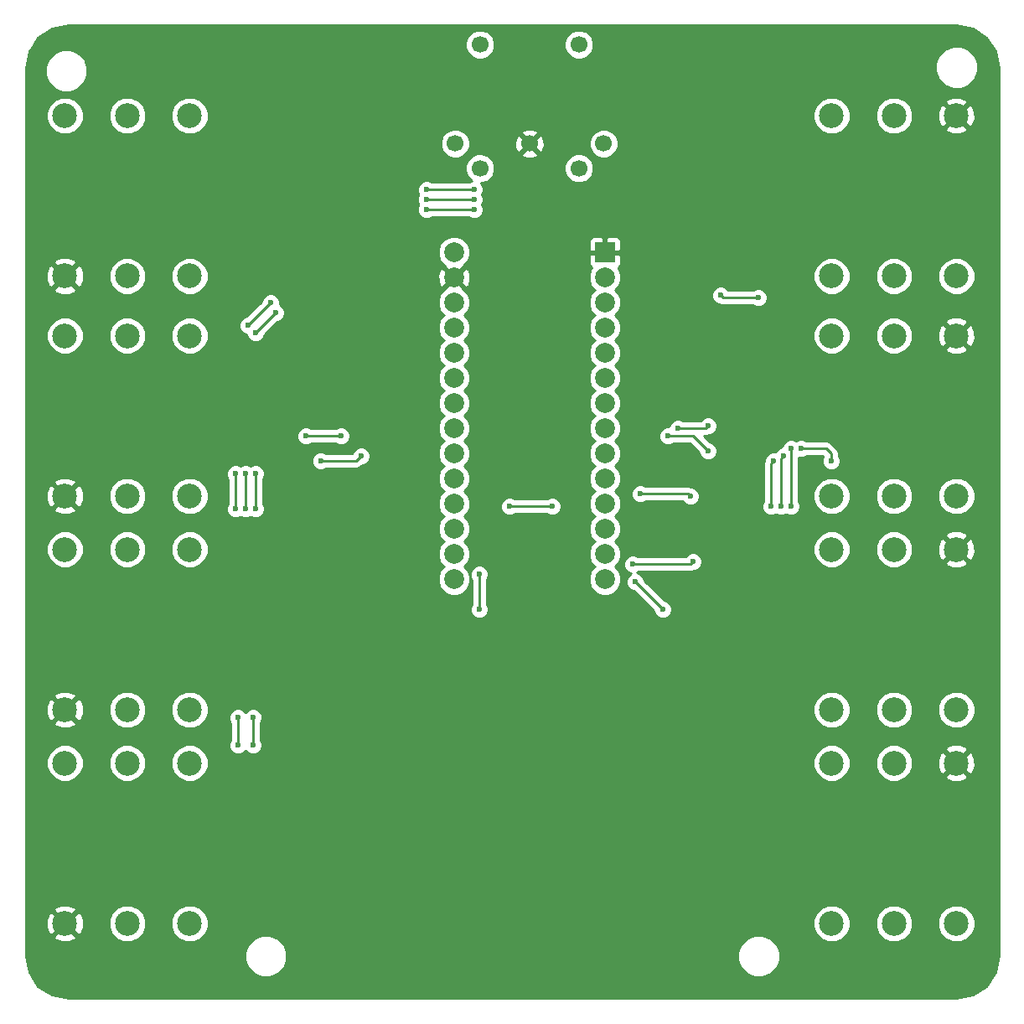
<source format=gbl>
G04 #@! TF.FileFunction,Copper,L2,Bot,Signal*
%FSLAX46Y46*%
G04 Gerber Fmt 4.6, Leading zero omitted, Abs format (unit mm)*
G04 Created by KiCad (PCBNEW 0.201510170916+6271~30~ubuntu14.04.1-product) date Tue 27 Oct 2015 04:17:41 PM CET*
%MOMM*%
G01*
G04 APERTURE LIST*
%ADD10C,0.100000*%
%ADD11C,2.500000*%
%ADD12R,2.000000X2.000000*%
%ADD13C,2.000000*%
%ADD14C,1.700000*%
%ADD15C,0.600000*%
%ADD16C,0.250000*%
%ADD17C,0.254000*%
G04 APERTURE END LIST*
D10*
D11*
X99110000Y-101064000D03*
X105410000Y-101064000D03*
X111710000Y-101064000D03*
X99110000Y-84864000D03*
X105410000Y-84864000D03*
X111710000Y-84864000D03*
D12*
X153670000Y-76454000D03*
D13*
X153670000Y-78994000D03*
X153670000Y-81534000D03*
X153670000Y-84074000D03*
X153670000Y-86614000D03*
X153670000Y-89154000D03*
X153670000Y-91694000D03*
X153670000Y-94234000D03*
X153670000Y-96774000D03*
X153670000Y-99314000D03*
X153670000Y-101854000D03*
X153670000Y-104394000D03*
X153670000Y-106934000D03*
X153670000Y-109474000D03*
X138430000Y-109474000D03*
X138430000Y-106934000D03*
X138430000Y-104394000D03*
X138430000Y-101854000D03*
X138430000Y-99314000D03*
X138430000Y-96774000D03*
X138430000Y-94234000D03*
X138430000Y-91694000D03*
X138430000Y-89154000D03*
X138430000Y-86614000D03*
X138430000Y-84074000D03*
X138430000Y-81534000D03*
X138430000Y-78994000D03*
X138430000Y-76454000D03*
D11*
X99110000Y-78839000D03*
X105410000Y-78839000D03*
X111710000Y-78839000D03*
X99110000Y-62639000D03*
X105410000Y-62639000D03*
X111710000Y-62639000D03*
X99110000Y-122654000D03*
X105410000Y-122654000D03*
X111710000Y-122654000D03*
X99110000Y-106454000D03*
X105410000Y-106454000D03*
X111710000Y-106454000D03*
X99110000Y-144244000D03*
X105410000Y-144244000D03*
X111710000Y-144244000D03*
X99110000Y-128044000D03*
X105410000Y-128044000D03*
X111710000Y-128044000D03*
X189180000Y-128044000D03*
X182880000Y-128044000D03*
X176580000Y-128044000D03*
X189180000Y-144244000D03*
X182880000Y-144244000D03*
X176580000Y-144244000D03*
X189180000Y-84864000D03*
X182880000Y-84864000D03*
X176580000Y-84864000D03*
X189180000Y-101064000D03*
X182880000Y-101064000D03*
X176580000Y-101064000D03*
X189180000Y-106454000D03*
X182880000Y-106454000D03*
X176580000Y-106454000D03*
X189180000Y-122654000D03*
X182880000Y-122654000D03*
X176580000Y-122654000D03*
X189180000Y-62639000D03*
X182880000Y-62639000D03*
X176580000Y-62639000D03*
X189180000Y-78839000D03*
X182880000Y-78839000D03*
X176580000Y-78839000D03*
D14*
X153550000Y-65459000D03*
X146050000Y-65459000D03*
X138550000Y-65459000D03*
X151050000Y-67959000D03*
X141050000Y-67959000D03*
X141050000Y-55459000D03*
X151050000Y-55459000D03*
D15*
X120396000Y-63500000D03*
X169164000Y-94234000D03*
X120396000Y-97790000D03*
X169164000Y-81026000D03*
X165354000Y-80772000D03*
X162306000Y-101092000D03*
X157226000Y-100838000D03*
X156464000Y-107950000D03*
X162560000Y-107696000D03*
X159512000Y-112522000D03*
X156718000Y-109728000D03*
X140462000Y-70104000D03*
X135636000Y-70104000D03*
X140462000Y-71120000D03*
X135636000Y-71120000D03*
X119888000Y-81534000D03*
X117602000Y-83820000D03*
X116332000Y-102362000D03*
X116332000Y-98806000D03*
X118364000Y-84582000D03*
X120396000Y-82550000D03*
X135636000Y-72136000D03*
X140462000Y-72136000D03*
X144018000Y-102108000D03*
X148336000Y-102108000D03*
X140970000Y-112522000D03*
X140970000Y-108966000D03*
X124943973Y-97518838D03*
X129032000Y-97028000D03*
X170688000Y-97536000D03*
X170434000Y-102108000D03*
X164084000Y-93980000D03*
X161036000Y-94234000D03*
X164084000Y-96520000D03*
X160020000Y-94996000D03*
X176530000Y-97536000D03*
X173482000Y-96266000D03*
X123444000Y-94996000D03*
X127000000Y-94996000D03*
X118364000Y-98806000D03*
X118364000Y-102362000D03*
X118110000Y-123444000D03*
X118110000Y-126238000D03*
X171450000Y-102108000D03*
X171704000Y-97028000D03*
X117348000Y-102362000D03*
X117348000Y-98806000D03*
X116586000Y-123444000D03*
X116586000Y-126238000D03*
X172466000Y-102108000D03*
X172466000Y-96266000D03*
D16*
X165354000Y-80772000D02*
X165608000Y-81026000D01*
X165608000Y-81026000D02*
X169164000Y-81026000D01*
X162306000Y-101092000D02*
X162052000Y-100838000D01*
X162052000Y-100838000D02*
X157226000Y-100838000D01*
X162306000Y-107950000D02*
X156464000Y-107950000D01*
X162560000Y-107696000D02*
X162306000Y-107950000D01*
X156718000Y-109728000D02*
X159512000Y-112522000D01*
X135636000Y-70104000D02*
X140462000Y-70104000D01*
X140462000Y-71120000D02*
X135636000Y-71120000D01*
X117602000Y-83820000D02*
X119888000Y-81534000D01*
X116332000Y-98806000D02*
X116332000Y-102362000D01*
X120396000Y-82550000D02*
X118364000Y-84582000D01*
X140462000Y-72136000D02*
X135636000Y-72136000D01*
X144018000Y-102108000D02*
X148336000Y-102108000D01*
X140970000Y-108966000D02*
X140970000Y-112522000D01*
X128541162Y-97518838D02*
X129032000Y-97028000D01*
X124943973Y-97518838D02*
X128541162Y-97518838D01*
X170688000Y-97536000D02*
X170434000Y-97790000D01*
X170434000Y-97790000D02*
X170434000Y-102108000D01*
X164084000Y-93980000D02*
X163830000Y-94234000D01*
X163830000Y-94234000D02*
X161036000Y-94234000D01*
X164084000Y-96520000D02*
X162560000Y-94996000D01*
X162560000Y-94996000D02*
X160020000Y-94996000D01*
X176530000Y-96774000D02*
X176530000Y-97536000D01*
X176022000Y-96266000D02*
X176530000Y-96774000D01*
X173482000Y-96266000D02*
X176022000Y-96266000D01*
X127000000Y-94996000D02*
X123444000Y-94996000D01*
X118364000Y-102362000D02*
X118364000Y-98806000D01*
X118110000Y-126238000D02*
X118110000Y-123444000D01*
X171450000Y-97282000D02*
X171450000Y-102108000D01*
X171704000Y-97028000D02*
X171450000Y-97282000D01*
X117348000Y-98806000D02*
X117348000Y-102362000D01*
X116586000Y-126238000D02*
X116586000Y-123444000D01*
X172466000Y-102108000D02*
X172466000Y-96266000D01*
D17*
G36*
X190836634Y-53826957D02*
X192215629Y-54748371D01*
X193137043Y-56127366D01*
X193475000Y-57826390D01*
X193475000Y-147481610D01*
X193137043Y-149180634D01*
X192215629Y-150559629D01*
X190836634Y-151481043D01*
X189137610Y-151819000D01*
X99482390Y-151819000D01*
X97783366Y-151481043D01*
X96404371Y-150559629D01*
X95482957Y-149180634D01*
X95243503Y-147976815D01*
X117274630Y-147976815D01*
X117598980Y-148761800D01*
X118199041Y-149362909D01*
X118983459Y-149688628D01*
X119832815Y-149689370D01*
X120617800Y-149365020D01*
X121218909Y-148764959D01*
X121544628Y-147980541D01*
X121544631Y-147976815D01*
X167074630Y-147976815D01*
X167398980Y-148761800D01*
X167999041Y-149362909D01*
X168783459Y-149688628D01*
X169632815Y-149689370D01*
X170417800Y-149365020D01*
X171018909Y-148764959D01*
X171344628Y-147980541D01*
X171345370Y-147131185D01*
X171021020Y-146346200D01*
X170420959Y-145745091D01*
X169636541Y-145419372D01*
X168787185Y-145418630D01*
X168002200Y-145742980D01*
X167401091Y-146343041D01*
X167075372Y-147127459D01*
X167074630Y-147976815D01*
X121544631Y-147976815D01*
X121545370Y-147131185D01*
X121221020Y-146346200D01*
X120620959Y-145745091D01*
X119836541Y-145419372D01*
X118987185Y-145418630D01*
X118202200Y-145742980D01*
X117601091Y-146343041D01*
X117275372Y-147127459D01*
X117274630Y-147976815D01*
X95243503Y-147976815D01*
X95145000Y-147481610D01*
X95145000Y-145577320D01*
X97956285Y-145577320D01*
X98085533Y-145870123D01*
X98785806Y-146138388D01*
X99535435Y-146118250D01*
X100134467Y-145870123D01*
X100263715Y-145577320D01*
X99110000Y-144423605D01*
X97956285Y-145577320D01*
X95145000Y-145577320D01*
X95145000Y-143919806D01*
X97215612Y-143919806D01*
X97235750Y-144669435D01*
X97483877Y-145268467D01*
X97776680Y-145397715D01*
X98930395Y-144244000D01*
X99289605Y-144244000D01*
X100443320Y-145397715D01*
X100736123Y-145268467D01*
X100985574Y-144617305D01*
X103524674Y-144617305D01*
X103811043Y-145310372D01*
X104340839Y-145841093D01*
X105033405Y-146128672D01*
X105783305Y-146129326D01*
X106476372Y-145842957D01*
X107007093Y-145313161D01*
X107294672Y-144620595D01*
X107294674Y-144617305D01*
X109824674Y-144617305D01*
X110111043Y-145310372D01*
X110640839Y-145841093D01*
X111333405Y-146128672D01*
X112083305Y-146129326D01*
X112776372Y-145842957D01*
X113307093Y-145313161D01*
X113594672Y-144620595D01*
X113594674Y-144617305D01*
X174694674Y-144617305D01*
X174981043Y-145310372D01*
X175510839Y-145841093D01*
X176203405Y-146128672D01*
X176953305Y-146129326D01*
X177646372Y-145842957D01*
X178177093Y-145313161D01*
X178464672Y-144620595D01*
X178464674Y-144617305D01*
X180994674Y-144617305D01*
X181281043Y-145310372D01*
X181810839Y-145841093D01*
X182503405Y-146128672D01*
X183253305Y-146129326D01*
X183946372Y-145842957D01*
X184477093Y-145313161D01*
X184764672Y-144620595D01*
X184764674Y-144617305D01*
X187294674Y-144617305D01*
X187581043Y-145310372D01*
X188110839Y-145841093D01*
X188803405Y-146128672D01*
X189553305Y-146129326D01*
X190246372Y-145842957D01*
X190777093Y-145313161D01*
X191064672Y-144620595D01*
X191065326Y-143870695D01*
X190778957Y-143177628D01*
X190249161Y-142646907D01*
X189556595Y-142359328D01*
X188806695Y-142358674D01*
X188113628Y-142645043D01*
X187582907Y-143174839D01*
X187295328Y-143867405D01*
X187294674Y-144617305D01*
X184764674Y-144617305D01*
X184765326Y-143870695D01*
X184478957Y-143177628D01*
X183949161Y-142646907D01*
X183256595Y-142359328D01*
X182506695Y-142358674D01*
X181813628Y-142645043D01*
X181282907Y-143174839D01*
X180995328Y-143867405D01*
X180994674Y-144617305D01*
X178464674Y-144617305D01*
X178465326Y-143870695D01*
X178178957Y-143177628D01*
X177649161Y-142646907D01*
X176956595Y-142359328D01*
X176206695Y-142358674D01*
X175513628Y-142645043D01*
X174982907Y-143174839D01*
X174695328Y-143867405D01*
X174694674Y-144617305D01*
X113594674Y-144617305D01*
X113595326Y-143870695D01*
X113308957Y-143177628D01*
X112779161Y-142646907D01*
X112086595Y-142359328D01*
X111336695Y-142358674D01*
X110643628Y-142645043D01*
X110112907Y-143174839D01*
X109825328Y-143867405D01*
X109824674Y-144617305D01*
X107294674Y-144617305D01*
X107295326Y-143870695D01*
X107008957Y-143177628D01*
X106479161Y-142646907D01*
X105786595Y-142359328D01*
X105036695Y-142358674D01*
X104343628Y-142645043D01*
X103812907Y-143174839D01*
X103525328Y-143867405D01*
X103524674Y-144617305D01*
X100985574Y-144617305D01*
X101004388Y-144568194D01*
X100984250Y-143818565D01*
X100736123Y-143219533D01*
X100443320Y-143090285D01*
X99289605Y-144244000D01*
X98930395Y-144244000D01*
X97776680Y-143090285D01*
X97483877Y-143219533D01*
X97215612Y-143919806D01*
X95145000Y-143919806D01*
X95145000Y-142910680D01*
X97956285Y-142910680D01*
X99110000Y-144064395D01*
X100263715Y-142910680D01*
X100134467Y-142617877D01*
X99434194Y-142349612D01*
X98684565Y-142369750D01*
X98085533Y-142617877D01*
X97956285Y-142910680D01*
X95145000Y-142910680D01*
X95145000Y-128417305D01*
X97224674Y-128417305D01*
X97511043Y-129110372D01*
X98040839Y-129641093D01*
X98733405Y-129928672D01*
X99483305Y-129929326D01*
X100176372Y-129642957D01*
X100707093Y-129113161D01*
X100994672Y-128420595D01*
X100994674Y-128417305D01*
X103524674Y-128417305D01*
X103811043Y-129110372D01*
X104340839Y-129641093D01*
X105033405Y-129928672D01*
X105783305Y-129929326D01*
X106476372Y-129642957D01*
X107007093Y-129113161D01*
X107294672Y-128420595D01*
X107294674Y-128417305D01*
X109824674Y-128417305D01*
X110111043Y-129110372D01*
X110640839Y-129641093D01*
X111333405Y-129928672D01*
X112083305Y-129929326D01*
X112776372Y-129642957D01*
X113307093Y-129113161D01*
X113594672Y-128420595D01*
X113594674Y-128417305D01*
X174694674Y-128417305D01*
X174981043Y-129110372D01*
X175510839Y-129641093D01*
X176203405Y-129928672D01*
X176953305Y-129929326D01*
X177646372Y-129642957D01*
X178177093Y-129113161D01*
X178464672Y-128420595D01*
X178464674Y-128417305D01*
X180994674Y-128417305D01*
X181281043Y-129110372D01*
X181810839Y-129641093D01*
X182503405Y-129928672D01*
X183253305Y-129929326D01*
X183946372Y-129642957D01*
X184212472Y-129377320D01*
X188026285Y-129377320D01*
X188155533Y-129670123D01*
X188855806Y-129938388D01*
X189605435Y-129918250D01*
X190204467Y-129670123D01*
X190333715Y-129377320D01*
X189180000Y-128223605D01*
X188026285Y-129377320D01*
X184212472Y-129377320D01*
X184477093Y-129113161D01*
X184764672Y-128420595D01*
X184765283Y-127719806D01*
X187285612Y-127719806D01*
X187305750Y-128469435D01*
X187553877Y-129068467D01*
X187846680Y-129197715D01*
X189000395Y-128044000D01*
X189359605Y-128044000D01*
X190513320Y-129197715D01*
X190806123Y-129068467D01*
X191074388Y-128368194D01*
X191054250Y-127618565D01*
X190806123Y-127019533D01*
X190513320Y-126890285D01*
X189359605Y-128044000D01*
X189000395Y-128044000D01*
X187846680Y-126890285D01*
X187553877Y-127019533D01*
X187285612Y-127719806D01*
X184765283Y-127719806D01*
X184765326Y-127670695D01*
X184478957Y-126977628D01*
X184212475Y-126710680D01*
X188026285Y-126710680D01*
X189180000Y-127864395D01*
X190333715Y-126710680D01*
X190204467Y-126417877D01*
X189504194Y-126149612D01*
X188754565Y-126169750D01*
X188155533Y-126417877D01*
X188026285Y-126710680D01*
X184212475Y-126710680D01*
X183949161Y-126446907D01*
X183256595Y-126159328D01*
X182506695Y-126158674D01*
X181813628Y-126445043D01*
X181282907Y-126974839D01*
X180995328Y-127667405D01*
X180994674Y-128417305D01*
X178464674Y-128417305D01*
X178465326Y-127670695D01*
X178178957Y-126977628D01*
X177649161Y-126446907D01*
X176956595Y-126159328D01*
X176206695Y-126158674D01*
X175513628Y-126445043D01*
X174982907Y-126974839D01*
X174695328Y-127667405D01*
X174694674Y-128417305D01*
X113594674Y-128417305D01*
X113595326Y-127670695D01*
X113308957Y-126977628D01*
X112779161Y-126446907D01*
X112086595Y-126159328D01*
X111336695Y-126158674D01*
X110643628Y-126445043D01*
X110112907Y-126974839D01*
X109825328Y-127667405D01*
X109824674Y-128417305D01*
X107294674Y-128417305D01*
X107295326Y-127670695D01*
X107008957Y-126977628D01*
X106479161Y-126446907D01*
X105786595Y-126159328D01*
X105036695Y-126158674D01*
X104343628Y-126445043D01*
X103812907Y-126974839D01*
X103525328Y-127667405D01*
X103524674Y-128417305D01*
X100994674Y-128417305D01*
X100995326Y-127670695D01*
X100708957Y-126977628D01*
X100179161Y-126446907D01*
X99486595Y-126159328D01*
X98736695Y-126158674D01*
X98043628Y-126445043D01*
X97512907Y-126974839D01*
X97225328Y-127667405D01*
X97224674Y-128417305D01*
X95145000Y-128417305D01*
X95145000Y-123987320D01*
X97956285Y-123987320D01*
X98085533Y-124280123D01*
X98785806Y-124548388D01*
X99535435Y-124528250D01*
X100134467Y-124280123D01*
X100263715Y-123987320D01*
X99110000Y-122833605D01*
X97956285Y-123987320D01*
X95145000Y-123987320D01*
X95145000Y-122329806D01*
X97215612Y-122329806D01*
X97235750Y-123079435D01*
X97483877Y-123678467D01*
X97776680Y-123807715D01*
X98930395Y-122654000D01*
X99289605Y-122654000D01*
X100443320Y-123807715D01*
X100736123Y-123678467D01*
X100985574Y-123027305D01*
X103524674Y-123027305D01*
X103811043Y-123720372D01*
X104340839Y-124251093D01*
X105033405Y-124538672D01*
X105783305Y-124539326D01*
X106476372Y-124252957D01*
X107007093Y-123723161D01*
X107294672Y-123030595D01*
X107294674Y-123027305D01*
X109824674Y-123027305D01*
X110111043Y-123720372D01*
X110640839Y-124251093D01*
X111333405Y-124538672D01*
X112083305Y-124539326D01*
X112776372Y-124252957D01*
X113307093Y-123723161D01*
X113346122Y-123629167D01*
X115650838Y-123629167D01*
X115792883Y-123972943D01*
X115826000Y-124006118D01*
X115826000Y-125675537D01*
X115793808Y-125707673D01*
X115651162Y-126051201D01*
X115650838Y-126423167D01*
X115792883Y-126766943D01*
X116055673Y-127030192D01*
X116399201Y-127172838D01*
X116771167Y-127173162D01*
X117114943Y-127031117D01*
X117348176Y-126798291D01*
X117579673Y-127030192D01*
X117923201Y-127172838D01*
X118295167Y-127173162D01*
X118638943Y-127031117D01*
X118902192Y-126768327D01*
X119044838Y-126424799D01*
X119045162Y-126052833D01*
X118903117Y-125709057D01*
X118870000Y-125675882D01*
X118870000Y-124006463D01*
X118902192Y-123974327D01*
X119044838Y-123630799D01*
X119045162Y-123258833D01*
X118949497Y-123027305D01*
X174694674Y-123027305D01*
X174981043Y-123720372D01*
X175510839Y-124251093D01*
X176203405Y-124538672D01*
X176953305Y-124539326D01*
X177646372Y-124252957D01*
X178177093Y-123723161D01*
X178464672Y-123030595D01*
X178464674Y-123027305D01*
X180994674Y-123027305D01*
X181281043Y-123720372D01*
X181810839Y-124251093D01*
X182503405Y-124538672D01*
X183253305Y-124539326D01*
X183946372Y-124252957D01*
X184477093Y-123723161D01*
X184764672Y-123030595D01*
X184764674Y-123027305D01*
X187294674Y-123027305D01*
X187581043Y-123720372D01*
X188110839Y-124251093D01*
X188803405Y-124538672D01*
X189553305Y-124539326D01*
X190246372Y-124252957D01*
X190777093Y-123723161D01*
X191064672Y-123030595D01*
X191065326Y-122280695D01*
X190778957Y-121587628D01*
X190249161Y-121056907D01*
X189556595Y-120769328D01*
X188806695Y-120768674D01*
X188113628Y-121055043D01*
X187582907Y-121584839D01*
X187295328Y-122277405D01*
X187294674Y-123027305D01*
X184764674Y-123027305D01*
X184765326Y-122280695D01*
X184478957Y-121587628D01*
X183949161Y-121056907D01*
X183256595Y-120769328D01*
X182506695Y-120768674D01*
X181813628Y-121055043D01*
X181282907Y-121584839D01*
X180995328Y-122277405D01*
X180994674Y-123027305D01*
X178464674Y-123027305D01*
X178465326Y-122280695D01*
X178178957Y-121587628D01*
X177649161Y-121056907D01*
X176956595Y-120769328D01*
X176206695Y-120768674D01*
X175513628Y-121055043D01*
X174982907Y-121584839D01*
X174695328Y-122277405D01*
X174694674Y-123027305D01*
X118949497Y-123027305D01*
X118903117Y-122915057D01*
X118640327Y-122651808D01*
X118296799Y-122509162D01*
X117924833Y-122508838D01*
X117581057Y-122650883D01*
X117347824Y-122883709D01*
X117116327Y-122651808D01*
X116772799Y-122509162D01*
X116400833Y-122508838D01*
X116057057Y-122650883D01*
X115793808Y-122913673D01*
X115651162Y-123257201D01*
X115650838Y-123629167D01*
X113346122Y-123629167D01*
X113594672Y-123030595D01*
X113595326Y-122280695D01*
X113308957Y-121587628D01*
X112779161Y-121056907D01*
X112086595Y-120769328D01*
X111336695Y-120768674D01*
X110643628Y-121055043D01*
X110112907Y-121584839D01*
X109825328Y-122277405D01*
X109824674Y-123027305D01*
X107294674Y-123027305D01*
X107295326Y-122280695D01*
X107008957Y-121587628D01*
X106479161Y-121056907D01*
X105786595Y-120769328D01*
X105036695Y-120768674D01*
X104343628Y-121055043D01*
X103812907Y-121584839D01*
X103525328Y-122277405D01*
X103524674Y-123027305D01*
X100985574Y-123027305D01*
X101004388Y-122978194D01*
X100984250Y-122228565D01*
X100736123Y-121629533D01*
X100443320Y-121500285D01*
X99289605Y-122654000D01*
X98930395Y-122654000D01*
X97776680Y-121500285D01*
X97483877Y-121629533D01*
X97215612Y-122329806D01*
X95145000Y-122329806D01*
X95145000Y-121320680D01*
X97956285Y-121320680D01*
X99110000Y-122474395D01*
X100263715Y-121320680D01*
X100134467Y-121027877D01*
X99434194Y-120759612D01*
X98684565Y-120779750D01*
X98085533Y-121027877D01*
X97956285Y-121320680D01*
X95145000Y-121320680D01*
X95145000Y-106827305D01*
X97224674Y-106827305D01*
X97511043Y-107520372D01*
X98040839Y-108051093D01*
X98733405Y-108338672D01*
X99483305Y-108339326D01*
X100176372Y-108052957D01*
X100707093Y-107523161D01*
X100994672Y-106830595D01*
X100994674Y-106827305D01*
X103524674Y-106827305D01*
X103811043Y-107520372D01*
X104340839Y-108051093D01*
X105033405Y-108338672D01*
X105783305Y-108339326D01*
X106476372Y-108052957D01*
X107007093Y-107523161D01*
X107294672Y-106830595D01*
X107294674Y-106827305D01*
X109824674Y-106827305D01*
X110111043Y-107520372D01*
X110640839Y-108051093D01*
X111333405Y-108338672D01*
X112083305Y-108339326D01*
X112776372Y-108052957D01*
X113307093Y-107523161D01*
X113594672Y-106830595D01*
X113595326Y-106080695D01*
X113308957Y-105387628D01*
X112779161Y-104856907D01*
X112086595Y-104569328D01*
X111336695Y-104568674D01*
X110643628Y-104855043D01*
X110112907Y-105384839D01*
X109825328Y-106077405D01*
X109824674Y-106827305D01*
X107294674Y-106827305D01*
X107295326Y-106080695D01*
X107008957Y-105387628D01*
X106479161Y-104856907D01*
X105786595Y-104569328D01*
X105036695Y-104568674D01*
X104343628Y-104855043D01*
X103812907Y-105384839D01*
X103525328Y-106077405D01*
X103524674Y-106827305D01*
X100994674Y-106827305D01*
X100995326Y-106080695D01*
X100708957Y-105387628D01*
X100179161Y-104856907D01*
X99486595Y-104569328D01*
X98736695Y-104568674D01*
X98043628Y-104855043D01*
X97512907Y-105384839D01*
X97225328Y-106077405D01*
X97224674Y-106827305D01*
X95145000Y-106827305D01*
X95145000Y-102397320D01*
X97956285Y-102397320D01*
X98085533Y-102690123D01*
X98785806Y-102958388D01*
X99535435Y-102938250D01*
X100134467Y-102690123D01*
X100263715Y-102397320D01*
X99110000Y-101243605D01*
X97956285Y-102397320D01*
X95145000Y-102397320D01*
X95145000Y-100739806D01*
X97215612Y-100739806D01*
X97235750Y-101489435D01*
X97483877Y-102088467D01*
X97776680Y-102217715D01*
X98930395Y-101064000D01*
X99289605Y-101064000D01*
X100443320Y-102217715D01*
X100736123Y-102088467D01*
X100985574Y-101437305D01*
X103524674Y-101437305D01*
X103811043Y-102130372D01*
X104340839Y-102661093D01*
X105033405Y-102948672D01*
X105783305Y-102949326D01*
X106476372Y-102662957D01*
X107007093Y-102133161D01*
X107294672Y-101440595D01*
X107294674Y-101437305D01*
X109824674Y-101437305D01*
X110111043Y-102130372D01*
X110640839Y-102661093D01*
X111333405Y-102948672D01*
X112083305Y-102949326D01*
X112776372Y-102662957D01*
X113307093Y-102133161D01*
X113594672Y-101440595D01*
X113595326Y-100690695D01*
X113308957Y-99997628D01*
X112779161Y-99466907D01*
X112086595Y-99179328D01*
X111336695Y-99178674D01*
X110643628Y-99465043D01*
X110112907Y-99994839D01*
X109825328Y-100687405D01*
X109824674Y-101437305D01*
X107294674Y-101437305D01*
X107295326Y-100690695D01*
X107008957Y-99997628D01*
X106479161Y-99466907D01*
X105786595Y-99179328D01*
X105036695Y-99178674D01*
X104343628Y-99465043D01*
X103812907Y-99994839D01*
X103525328Y-100687405D01*
X103524674Y-101437305D01*
X100985574Y-101437305D01*
X101004388Y-101388194D01*
X100984250Y-100638565D01*
X100736123Y-100039533D01*
X100443320Y-99910285D01*
X99289605Y-101064000D01*
X98930395Y-101064000D01*
X97776680Y-99910285D01*
X97483877Y-100039533D01*
X97215612Y-100739806D01*
X95145000Y-100739806D01*
X95145000Y-99730680D01*
X97956285Y-99730680D01*
X99110000Y-100884395D01*
X100263715Y-99730680D01*
X100134467Y-99437877D01*
X99434194Y-99169612D01*
X98684565Y-99189750D01*
X98085533Y-99437877D01*
X97956285Y-99730680D01*
X95145000Y-99730680D01*
X95145000Y-98991167D01*
X115396838Y-98991167D01*
X115538883Y-99334943D01*
X115572000Y-99368118D01*
X115572000Y-101799537D01*
X115539808Y-101831673D01*
X115397162Y-102175201D01*
X115396838Y-102547167D01*
X115538883Y-102890943D01*
X115801673Y-103154192D01*
X116145201Y-103296838D01*
X116517167Y-103297162D01*
X116840371Y-103163617D01*
X117161201Y-103296838D01*
X117533167Y-103297162D01*
X117856371Y-103163617D01*
X118177201Y-103296838D01*
X118549167Y-103297162D01*
X118892943Y-103155117D01*
X119156192Y-102892327D01*
X119298838Y-102548799D01*
X119299162Y-102176833D01*
X119157117Y-101833057D01*
X119124000Y-101799882D01*
X119124000Y-99368463D01*
X119156192Y-99336327D01*
X119298838Y-98992799D01*
X119299162Y-98620833D01*
X119157117Y-98277057D01*
X118894327Y-98013808D01*
X118550799Y-97871162D01*
X118178833Y-97870838D01*
X117855629Y-98004383D01*
X117534799Y-97871162D01*
X117162833Y-97870838D01*
X116839629Y-98004383D01*
X116518799Y-97871162D01*
X116146833Y-97870838D01*
X115803057Y-98012883D01*
X115539808Y-98275673D01*
X115397162Y-98619201D01*
X115396838Y-98991167D01*
X95145000Y-98991167D01*
X95145000Y-97704005D01*
X124008811Y-97704005D01*
X124150856Y-98047781D01*
X124413646Y-98311030D01*
X124757174Y-98453676D01*
X125129140Y-98454000D01*
X125472916Y-98311955D01*
X125506091Y-98278838D01*
X128541162Y-98278838D01*
X128832001Y-98220986D01*
X129078563Y-98056239D01*
X129171680Y-97963122D01*
X129217167Y-97963162D01*
X129560943Y-97821117D01*
X129824192Y-97558327D01*
X129966838Y-97214799D01*
X129967162Y-96842833D01*
X129825117Y-96499057D01*
X129562327Y-96235808D01*
X129218799Y-96093162D01*
X128846833Y-96092838D01*
X128503057Y-96234883D01*
X128239808Y-96497673D01*
X128131362Y-96758838D01*
X125506436Y-96758838D01*
X125474300Y-96726646D01*
X125130772Y-96584000D01*
X124758806Y-96583676D01*
X124415030Y-96725721D01*
X124151781Y-96988511D01*
X124009135Y-97332039D01*
X124008811Y-97704005D01*
X95145000Y-97704005D01*
X95145000Y-95181167D01*
X122508838Y-95181167D01*
X122650883Y-95524943D01*
X122913673Y-95788192D01*
X123257201Y-95930838D01*
X123629167Y-95931162D01*
X123972943Y-95789117D01*
X124006118Y-95756000D01*
X126437537Y-95756000D01*
X126469673Y-95788192D01*
X126813201Y-95930838D01*
X127185167Y-95931162D01*
X127528943Y-95789117D01*
X127792192Y-95526327D01*
X127934838Y-95182799D01*
X127935162Y-94810833D01*
X127793117Y-94467057D01*
X127530327Y-94203808D01*
X127186799Y-94061162D01*
X126814833Y-94060838D01*
X126471057Y-94202883D01*
X126437882Y-94236000D01*
X124006463Y-94236000D01*
X123974327Y-94203808D01*
X123630799Y-94061162D01*
X123258833Y-94060838D01*
X122915057Y-94202883D01*
X122651808Y-94465673D01*
X122509162Y-94809201D01*
X122508838Y-95181167D01*
X95145000Y-95181167D01*
X95145000Y-85237305D01*
X97224674Y-85237305D01*
X97511043Y-85930372D01*
X98040839Y-86461093D01*
X98733405Y-86748672D01*
X99483305Y-86749326D01*
X100176372Y-86462957D01*
X100707093Y-85933161D01*
X100994672Y-85240595D01*
X100994674Y-85237305D01*
X103524674Y-85237305D01*
X103811043Y-85930372D01*
X104340839Y-86461093D01*
X105033405Y-86748672D01*
X105783305Y-86749326D01*
X106476372Y-86462957D01*
X107007093Y-85933161D01*
X107294672Y-85240595D01*
X107294674Y-85237305D01*
X109824674Y-85237305D01*
X110111043Y-85930372D01*
X110640839Y-86461093D01*
X111333405Y-86748672D01*
X112083305Y-86749326D01*
X112776372Y-86462957D01*
X113307093Y-85933161D01*
X113594672Y-85240595D01*
X113595326Y-84490695D01*
X113394711Y-84005167D01*
X116666838Y-84005167D01*
X116808883Y-84348943D01*
X117071673Y-84612192D01*
X117415201Y-84754838D01*
X117428849Y-84754850D01*
X117428838Y-84767167D01*
X117570883Y-85110943D01*
X117833673Y-85374192D01*
X118177201Y-85516838D01*
X118549167Y-85517162D01*
X118892943Y-85375117D01*
X119156192Y-85112327D01*
X119298838Y-84768799D01*
X119298879Y-84721923D01*
X120535680Y-83485122D01*
X120581167Y-83485162D01*
X120924943Y-83343117D01*
X121188192Y-83080327D01*
X121330838Y-82736799D01*
X121331162Y-82364833D01*
X121189117Y-82021057D01*
X121026140Y-81857795D01*
X136794716Y-81857795D01*
X137043106Y-82458943D01*
X137387759Y-82804199D01*
X137044722Y-83146637D01*
X136795284Y-83747352D01*
X136794716Y-84397795D01*
X137043106Y-84998943D01*
X137387759Y-85344199D01*
X137044722Y-85686637D01*
X136795284Y-86287352D01*
X136794716Y-86937795D01*
X137043106Y-87538943D01*
X137387759Y-87884199D01*
X137044722Y-88226637D01*
X136795284Y-88827352D01*
X136794716Y-89477795D01*
X137043106Y-90078943D01*
X137387759Y-90424199D01*
X137044722Y-90766637D01*
X136795284Y-91367352D01*
X136794716Y-92017795D01*
X137043106Y-92618943D01*
X137387759Y-92964199D01*
X137044722Y-93306637D01*
X136795284Y-93907352D01*
X136794716Y-94557795D01*
X137043106Y-95158943D01*
X137387759Y-95504199D01*
X137044722Y-95846637D01*
X136795284Y-96447352D01*
X136794716Y-97097795D01*
X137043106Y-97698943D01*
X137387759Y-98044199D01*
X137044722Y-98386637D01*
X136795284Y-98987352D01*
X136794716Y-99637795D01*
X137043106Y-100238943D01*
X137387759Y-100584199D01*
X137044722Y-100926637D01*
X136795284Y-101527352D01*
X136794716Y-102177795D01*
X137043106Y-102778943D01*
X137387759Y-103124199D01*
X137044722Y-103466637D01*
X136795284Y-104067352D01*
X136794716Y-104717795D01*
X137043106Y-105318943D01*
X137387759Y-105664199D01*
X137044722Y-106006637D01*
X136795284Y-106607352D01*
X136794716Y-107257795D01*
X137043106Y-107858943D01*
X137387759Y-108204199D01*
X137044722Y-108546637D01*
X136795284Y-109147352D01*
X136794716Y-109797795D01*
X137043106Y-110398943D01*
X137502637Y-110859278D01*
X138103352Y-111108716D01*
X138753795Y-111109284D01*
X139354943Y-110860894D01*
X139815278Y-110401363D01*
X140064716Y-109800648D01*
X140065219Y-109224695D01*
X140176883Y-109494943D01*
X140210000Y-109528118D01*
X140210000Y-111959537D01*
X140177808Y-111991673D01*
X140035162Y-112335201D01*
X140034838Y-112707167D01*
X140176883Y-113050943D01*
X140439673Y-113314192D01*
X140783201Y-113456838D01*
X141155167Y-113457162D01*
X141498943Y-113315117D01*
X141762192Y-113052327D01*
X141904838Y-112708799D01*
X141905162Y-112336833D01*
X141763117Y-111993057D01*
X141730000Y-111959882D01*
X141730000Y-109528463D01*
X141762192Y-109496327D01*
X141904838Y-109152799D01*
X141905162Y-108780833D01*
X141763117Y-108437057D01*
X141500327Y-108173808D01*
X141156799Y-108031162D01*
X140784833Y-108030838D01*
X140441057Y-108172883D01*
X140177808Y-108435673D01*
X140035162Y-108779201D01*
X140034903Y-109076677D01*
X139816894Y-108549057D01*
X139472241Y-108203801D01*
X139815278Y-107861363D01*
X140064716Y-107260648D01*
X140065284Y-106610205D01*
X139816894Y-106009057D01*
X139472241Y-105663801D01*
X139815278Y-105321363D01*
X140064716Y-104720648D01*
X140065284Y-104070205D01*
X139816894Y-103469057D01*
X139472241Y-103123801D01*
X139815278Y-102781363D01*
X140017994Y-102293167D01*
X143082838Y-102293167D01*
X143224883Y-102636943D01*
X143487673Y-102900192D01*
X143831201Y-103042838D01*
X144203167Y-103043162D01*
X144546943Y-102901117D01*
X144580118Y-102868000D01*
X147773537Y-102868000D01*
X147805673Y-102900192D01*
X148149201Y-103042838D01*
X148521167Y-103043162D01*
X148864943Y-102901117D01*
X149128192Y-102638327D01*
X149270838Y-102294799D01*
X149271162Y-101922833D01*
X149129117Y-101579057D01*
X148866327Y-101315808D01*
X148522799Y-101173162D01*
X148150833Y-101172838D01*
X147807057Y-101314883D01*
X147773882Y-101348000D01*
X144580463Y-101348000D01*
X144548327Y-101315808D01*
X144204799Y-101173162D01*
X143832833Y-101172838D01*
X143489057Y-101314883D01*
X143225808Y-101577673D01*
X143083162Y-101921201D01*
X143082838Y-102293167D01*
X140017994Y-102293167D01*
X140064716Y-102180648D01*
X140065284Y-101530205D01*
X139816894Y-100929057D01*
X139472241Y-100583801D01*
X139815278Y-100241363D01*
X140064716Y-99640648D01*
X140065284Y-98990205D01*
X139816894Y-98389057D01*
X139472241Y-98043801D01*
X139815278Y-97701363D01*
X140064716Y-97100648D01*
X140065284Y-96450205D01*
X139816894Y-95849057D01*
X139472241Y-95503801D01*
X139815278Y-95161363D01*
X140064716Y-94560648D01*
X140065284Y-93910205D01*
X139816894Y-93309057D01*
X139472241Y-92963801D01*
X139815278Y-92621363D01*
X140064716Y-92020648D01*
X140065284Y-91370205D01*
X139816894Y-90769057D01*
X139472241Y-90423801D01*
X139815278Y-90081363D01*
X140064716Y-89480648D01*
X140065284Y-88830205D01*
X139816894Y-88229057D01*
X139472241Y-87883801D01*
X139815278Y-87541363D01*
X140064716Y-86940648D01*
X140065284Y-86290205D01*
X139816894Y-85689057D01*
X139472241Y-85343801D01*
X139815278Y-85001363D01*
X140064716Y-84400648D01*
X140065284Y-83750205D01*
X139816894Y-83149057D01*
X139472241Y-82803801D01*
X139815278Y-82461363D01*
X140064716Y-81860648D01*
X140065284Y-81210205D01*
X139816894Y-80609057D01*
X139390022Y-80181438D01*
X139402927Y-80146532D01*
X138430000Y-79173605D01*
X137457073Y-80146532D01*
X137470164Y-80181938D01*
X137044722Y-80606637D01*
X136795284Y-81207352D01*
X136794716Y-81857795D01*
X121026140Y-81857795D01*
X120926327Y-81757808D01*
X120822843Y-81714838D01*
X120823162Y-81348833D01*
X120681117Y-81005057D01*
X120418327Y-80741808D01*
X120074799Y-80599162D01*
X119702833Y-80598838D01*
X119359057Y-80740883D01*
X119095808Y-81003673D01*
X118953162Y-81347201D01*
X118953121Y-81394077D01*
X117462320Y-82884878D01*
X117416833Y-82884838D01*
X117073057Y-83026883D01*
X116809808Y-83289673D01*
X116667162Y-83633201D01*
X116666838Y-84005167D01*
X113394711Y-84005167D01*
X113308957Y-83797628D01*
X112779161Y-83266907D01*
X112086595Y-82979328D01*
X111336695Y-82978674D01*
X110643628Y-83265043D01*
X110112907Y-83794839D01*
X109825328Y-84487405D01*
X109824674Y-85237305D01*
X107294674Y-85237305D01*
X107295326Y-84490695D01*
X107008957Y-83797628D01*
X106479161Y-83266907D01*
X105786595Y-82979328D01*
X105036695Y-82978674D01*
X104343628Y-83265043D01*
X103812907Y-83794839D01*
X103525328Y-84487405D01*
X103524674Y-85237305D01*
X100994674Y-85237305D01*
X100995326Y-84490695D01*
X100708957Y-83797628D01*
X100179161Y-83266907D01*
X99486595Y-82979328D01*
X98736695Y-82978674D01*
X98043628Y-83265043D01*
X97512907Y-83794839D01*
X97225328Y-84487405D01*
X97224674Y-85237305D01*
X95145000Y-85237305D01*
X95145000Y-80172320D01*
X97956285Y-80172320D01*
X98085533Y-80465123D01*
X98785806Y-80733388D01*
X99535435Y-80713250D01*
X100134467Y-80465123D01*
X100263715Y-80172320D01*
X99110000Y-79018605D01*
X97956285Y-80172320D01*
X95145000Y-80172320D01*
X95145000Y-78514806D01*
X97215612Y-78514806D01*
X97235750Y-79264435D01*
X97483877Y-79863467D01*
X97776680Y-79992715D01*
X98930395Y-78839000D01*
X99289605Y-78839000D01*
X100443320Y-79992715D01*
X100736123Y-79863467D01*
X100985574Y-79212305D01*
X103524674Y-79212305D01*
X103811043Y-79905372D01*
X104340839Y-80436093D01*
X105033405Y-80723672D01*
X105783305Y-80724326D01*
X106476372Y-80437957D01*
X107007093Y-79908161D01*
X107294672Y-79215595D01*
X107294674Y-79212305D01*
X109824674Y-79212305D01*
X110111043Y-79905372D01*
X110640839Y-80436093D01*
X111333405Y-80723672D01*
X112083305Y-80724326D01*
X112776372Y-80437957D01*
X113307093Y-79908161D01*
X113594672Y-79215595D01*
X113595095Y-78729461D01*
X136784092Y-78729461D01*
X136808144Y-79379460D01*
X137010613Y-79868264D01*
X137277468Y-79966927D01*
X138250395Y-78994000D01*
X138609605Y-78994000D01*
X139582532Y-79966927D01*
X139849387Y-79868264D01*
X140053893Y-79317795D01*
X152034716Y-79317795D01*
X152283106Y-79918943D01*
X152627759Y-80264199D01*
X152284722Y-80606637D01*
X152035284Y-81207352D01*
X152034716Y-81857795D01*
X152283106Y-82458943D01*
X152627759Y-82804199D01*
X152284722Y-83146637D01*
X152035284Y-83747352D01*
X152034716Y-84397795D01*
X152283106Y-84998943D01*
X152627759Y-85344199D01*
X152284722Y-85686637D01*
X152035284Y-86287352D01*
X152034716Y-86937795D01*
X152283106Y-87538943D01*
X152627759Y-87884199D01*
X152284722Y-88226637D01*
X152035284Y-88827352D01*
X152034716Y-89477795D01*
X152283106Y-90078943D01*
X152627759Y-90424199D01*
X152284722Y-90766637D01*
X152035284Y-91367352D01*
X152034716Y-92017795D01*
X152283106Y-92618943D01*
X152627759Y-92964199D01*
X152284722Y-93306637D01*
X152035284Y-93907352D01*
X152034716Y-94557795D01*
X152283106Y-95158943D01*
X152627759Y-95504199D01*
X152284722Y-95846637D01*
X152035284Y-96447352D01*
X152034716Y-97097795D01*
X152283106Y-97698943D01*
X152627759Y-98044199D01*
X152284722Y-98386637D01*
X152035284Y-98987352D01*
X152034716Y-99637795D01*
X152283106Y-100238943D01*
X152627759Y-100584199D01*
X152284722Y-100926637D01*
X152035284Y-101527352D01*
X152034716Y-102177795D01*
X152283106Y-102778943D01*
X152627759Y-103124199D01*
X152284722Y-103466637D01*
X152035284Y-104067352D01*
X152034716Y-104717795D01*
X152283106Y-105318943D01*
X152627759Y-105664199D01*
X152284722Y-106006637D01*
X152035284Y-106607352D01*
X152034716Y-107257795D01*
X152283106Y-107858943D01*
X152627759Y-108204199D01*
X152284722Y-108546637D01*
X152035284Y-109147352D01*
X152034716Y-109797795D01*
X152283106Y-110398943D01*
X152742637Y-110859278D01*
X153343352Y-111108716D01*
X153993795Y-111109284D01*
X154594943Y-110860894D01*
X155055278Y-110401363D01*
X155304716Y-109800648D01*
X155305284Y-109150205D01*
X155056894Y-108549057D01*
X154712241Y-108203801D01*
X154780995Y-108135167D01*
X155528838Y-108135167D01*
X155670883Y-108478943D01*
X155933673Y-108742192D01*
X156277201Y-108884838D01*
X156310106Y-108884867D01*
X156189057Y-108934883D01*
X155925808Y-109197673D01*
X155783162Y-109541201D01*
X155782838Y-109913167D01*
X155924883Y-110256943D01*
X156187673Y-110520192D01*
X156531201Y-110662838D01*
X156578077Y-110662879D01*
X158576878Y-112661680D01*
X158576838Y-112707167D01*
X158718883Y-113050943D01*
X158981673Y-113314192D01*
X159325201Y-113456838D01*
X159697167Y-113457162D01*
X160040943Y-113315117D01*
X160304192Y-113052327D01*
X160446838Y-112708799D01*
X160447162Y-112336833D01*
X160305117Y-111993057D01*
X160042327Y-111729808D01*
X159698799Y-111587162D01*
X159651923Y-111587121D01*
X157653122Y-109588320D01*
X157653162Y-109542833D01*
X157511117Y-109199057D01*
X157248327Y-108935808D01*
X156904799Y-108793162D01*
X156871894Y-108793133D01*
X156992943Y-108743117D01*
X157026118Y-108710000D01*
X162306000Y-108710000D01*
X162596839Y-108652148D01*
X162628399Y-108631060D01*
X162745167Y-108631162D01*
X163088943Y-108489117D01*
X163352192Y-108226327D01*
X163494838Y-107882799D01*
X163495162Y-107510833D01*
X163353117Y-107167057D01*
X163090327Y-106903808D01*
X162906089Y-106827305D01*
X174694674Y-106827305D01*
X174981043Y-107520372D01*
X175510839Y-108051093D01*
X176203405Y-108338672D01*
X176953305Y-108339326D01*
X177646372Y-108052957D01*
X178177093Y-107523161D01*
X178464672Y-106830595D01*
X178464674Y-106827305D01*
X180994674Y-106827305D01*
X181281043Y-107520372D01*
X181810839Y-108051093D01*
X182503405Y-108338672D01*
X183253305Y-108339326D01*
X183946372Y-108052957D01*
X184212472Y-107787320D01*
X188026285Y-107787320D01*
X188155533Y-108080123D01*
X188855806Y-108348388D01*
X189605435Y-108328250D01*
X190204467Y-108080123D01*
X190333715Y-107787320D01*
X189180000Y-106633605D01*
X188026285Y-107787320D01*
X184212472Y-107787320D01*
X184477093Y-107523161D01*
X184764672Y-106830595D01*
X184765283Y-106129806D01*
X187285612Y-106129806D01*
X187305750Y-106879435D01*
X187553877Y-107478467D01*
X187846680Y-107607715D01*
X189000395Y-106454000D01*
X189359605Y-106454000D01*
X190513320Y-107607715D01*
X190806123Y-107478467D01*
X191074388Y-106778194D01*
X191054250Y-106028565D01*
X190806123Y-105429533D01*
X190513320Y-105300285D01*
X189359605Y-106454000D01*
X189000395Y-106454000D01*
X187846680Y-105300285D01*
X187553877Y-105429533D01*
X187285612Y-106129806D01*
X184765283Y-106129806D01*
X184765326Y-106080695D01*
X184478957Y-105387628D01*
X184212475Y-105120680D01*
X188026285Y-105120680D01*
X189180000Y-106274395D01*
X190333715Y-105120680D01*
X190204467Y-104827877D01*
X189504194Y-104559612D01*
X188754565Y-104579750D01*
X188155533Y-104827877D01*
X188026285Y-105120680D01*
X184212475Y-105120680D01*
X183949161Y-104856907D01*
X183256595Y-104569328D01*
X182506695Y-104568674D01*
X181813628Y-104855043D01*
X181282907Y-105384839D01*
X180995328Y-106077405D01*
X180994674Y-106827305D01*
X178464674Y-106827305D01*
X178465326Y-106080695D01*
X178178957Y-105387628D01*
X177649161Y-104856907D01*
X176956595Y-104569328D01*
X176206695Y-104568674D01*
X175513628Y-104855043D01*
X174982907Y-105384839D01*
X174695328Y-106077405D01*
X174694674Y-106827305D01*
X162906089Y-106827305D01*
X162746799Y-106761162D01*
X162374833Y-106760838D01*
X162031057Y-106902883D01*
X161767808Y-107165673D01*
X161757706Y-107190000D01*
X157026463Y-107190000D01*
X156994327Y-107157808D01*
X156650799Y-107015162D01*
X156278833Y-107014838D01*
X155935057Y-107156883D01*
X155671808Y-107419673D01*
X155529162Y-107763201D01*
X155528838Y-108135167D01*
X154780995Y-108135167D01*
X155055278Y-107861363D01*
X155304716Y-107260648D01*
X155305284Y-106610205D01*
X155056894Y-106009057D01*
X154712241Y-105663801D01*
X155055278Y-105321363D01*
X155304716Y-104720648D01*
X155305284Y-104070205D01*
X155056894Y-103469057D01*
X154712241Y-103123801D01*
X155055278Y-102781363D01*
X155257994Y-102293167D01*
X169498838Y-102293167D01*
X169640883Y-102636943D01*
X169903673Y-102900192D01*
X170247201Y-103042838D01*
X170619167Y-103043162D01*
X170942371Y-102909617D01*
X171263201Y-103042838D01*
X171635167Y-103043162D01*
X171958371Y-102909617D01*
X172279201Y-103042838D01*
X172651167Y-103043162D01*
X172994943Y-102901117D01*
X173258192Y-102638327D01*
X173400838Y-102294799D01*
X173401162Y-101922833D01*
X173259117Y-101579057D01*
X173226000Y-101545882D01*
X173226000Y-101437305D01*
X174694674Y-101437305D01*
X174981043Y-102130372D01*
X175510839Y-102661093D01*
X176203405Y-102948672D01*
X176953305Y-102949326D01*
X177646372Y-102662957D01*
X178177093Y-102133161D01*
X178464672Y-101440595D01*
X178464674Y-101437305D01*
X180994674Y-101437305D01*
X181281043Y-102130372D01*
X181810839Y-102661093D01*
X182503405Y-102948672D01*
X183253305Y-102949326D01*
X183946372Y-102662957D01*
X184477093Y-102133161D01*
X184764672Y-101440595D01*
X184764674Y-101437305D01*
X187294674Y-101437305D01*
X187581043Y-102130372D01*
X188110839Y-102661093D01*
X188803405Y-102948672D01*
X189553305Y-102949326D01*
X190246372Y-102662957D01*
X190777093Y-102133161D01*
X191064672Y-101440595D01*
X191065326Y-100690695D01*
X190778957Y-99997628D01*
X190249161Y-99466907D01*
X189556595Y-99179328D01*
X188806695Y-99178674D01*
X188113628Y-99465043D01*
X187582907Y-99994839D01*
X187295328Y-100687405D01*
X187294674Y-101437305D01*
X184764674Y-101437305D01*
X184765326Y-100690695D01*
X184478957Y-99997628D01*
X183949161Y-99466907D01*
X183256595Y-99179328D01*
X182506695Y-99178674D01*
X181813628Y-99465043D01*
X181282907Y-99994839D01*
X180995328Y-100687405D01*
X180994674Y-101437305D01*
X178464674Y-101437305D01*
X178465326Y-100690695D01*
X178178957Y-99997628D01*
X177649161Y-99466907D01*
X176956595Y-99179328D01*
X176206695Y-99178674D01*
X175513628Y-99465043D01*
X174982907Y-99994839D01*
X174695328Y-100687405D01*
X174694674Y-101437305D01*
X173226000Y-101437305D01*
X173226000Y-97172103D01*
X173295201Y-97200838D01*
X173667167Y-97201162D01*
X174010943Y-97059117D01*
X174044118Y-97026000D01*
X175707198Y-97026000D01*
X175722863Y-97041665D01*
X175595162Y-97349201D01*
X175594838Y-97721167D01*
X175736883Y-98064943D01*
X175999673Y-98328192D01*
X176343201Y-98470838D01*
X176715167Y-98471162D01*
X177058943Y-98329117D01*
X177322192Y-98066327D01*
X177464838Y-97722799D01*
X177465162Y-97350833D01*
X177323117Y-97007057D01*
X177290000Y-96973882D01*
X177290000Y-96774000D01*
X177232148Y-96483161D01*
X177067401Y-96236599D01*
X176559401Y-95728599D01*
X176312839Y-95563852D01*
X176022000Y-95506000D01*
X174044463Y-95506000D01*
X174012327Y-95473808D01*
X173668799Y-95331162D01*
X173296833Y-95330838D01*
X172973629Y-95464383D01*
X172652799Y-95331162D01*
X172280833Y-95330838D01*
X171937057Y-95472883D01*
X171673808Y-95735673D01*
X171531162Y-96079201D01*
X171531150Y-96092849D01*
X171518833Y-96092838D01*
X171175057Y-96234883D01*
X170911808Y-96497673D01*
X170868838Y-96601157D01*
X170502833Y-96600838D01*
X170159057Y-96742883D01*
X169895808Y-97005673D01*
X169753162Y-97349201D01*
X169753059Y-97467422D01*
X169731852Y-97499161D01*
X169674000Y-97790000D01*
X169674000Y-101545537D01*
X169641808Y-101577673D01*
X169499162Y-101921201D01*
X169498838Y-102293167D01*
X155257994Y-102293167D01*
X155304716Y-102180648D01*
X155305284Y-101530205D01*
X155095780Y-101023167D01*
X156290838Y-101023167D01*
X156432883Y-101366943D01*
X156695673Y-101630192D01*
X157039201Y-101772838D01*
X157411167Y-101773162D01*
X157754943Y-101631117D01*
X157788118Y-101598000D01*
X161503403Y-101598000D01*
X161512883Y-101620943D01*
X161775673Y-101884192D01*
X162119201Y-102026838D01*
X162491167Y-102027162D01*
X162834943Y-101885117D01*
X163098192Y-101622327D01*
X163240838Y-101278799D01*
X163241162Y-100906833D01*
X163099117Y-100563057D01*
X162836327Y-100299808D01*
X162492799Y-100157162D01*
X162374578Y-100157059D01*
X162342839Y-100135852D01*
X162052000Y-100078000D01*
X157788463Y-100078000D01*
X157756327Y-100045808D01*
X157412799Y-99903162D01*
X157040833Y-99902838D01*
X156697057Y-100044883D01*
X156433808Y-100307673D01*
X156291162Y-100651201D01*
X156290838Y-101023167D01*
X155095780Y-101023167D01*
X155056894Y-100929057D01*
X154712241Y-100583801D01*
X155055278Y-100241363D01*
X155304716Y-99640648D01*
X155305284Y-98990205D01*
X155056894Y-98389057D01*
X154712241Y-98043801D01*
X155055278Y-97701363D01*
X155304716Y-97100648D01*
X155305284Y-96450205D01*
X155056894Y-95849057D01*
X154712241Y-95503801D01*
X155035439Y-95181167D01*
X159084838Y-95181167D01*
X159226883Y-95524943D01*
X159489673Y-95788192D01*
X159833201Y-95930838D01*
X160205167Y-95931162D01*
X160548943Y-95789117D01*
X160582118Y-95756000D01*
X162245198Y-95756000D01*
X163148878Y-96659680D01*
X163148838Y-96705167D01*
X163290883Y-97048943D01*
X163553673Y-97312192D01*
X163897201Y-97454838D01*
X164269167Y-97455162D01*
X164612943Y-97313117D01*
X164876192Y-97050327D01*
X165018838Y-96706799D01*
X165019162Y-96334833D01*
X164877117Y-95991057D01*
X164614327Y-95727808D01*
X164270799Y-95585162D01*
X164223923Y-95585121D01*
X163632802Y-94994000D01*
X163830000Y-94994000D01*
X164120839Y-94936148D01*
X164152399Y-94915060D01*
X164269167Y-94915162D01*
X164612943Y-94773117D01*
X164876192Y-94510327D01*
X165018838Y-94166799D01*
X165019162Y-93794833D01*
X164877117Y-93451057D01*
X164614327Y-93187808D01*
X164270799Y-93045162D01*
X163898833Y-93044838D01*
X163555057Y-93186883D01*
X163291808Y-93449673D01*
X163281706Y-93474000D01*
X161598463Y-93474000D01*
X161566327Y-93441808D01*
X161222799Y-93299162D01*
X160850833Y-93298838D01*
X160507057Y-93440883D01*
X160243808Y-93703673D01*
X160101162Y-94047201D01*
X160101150Y-94061070D01*
X159834833Y-94060838D01*
X159491057Y-94202883D01*
X159227808Y-94465673D01*
X159085162Y-94809201D01*
X159084838Y-95181167D01*
X155035439Y-95181167D01*
X155055278Y-95161363D01*
X155304716Y-94560648D01*
X155305284Y-93910205D01*
X155056894Y-93309057D01*
X154712241Y-92963801D01*
X155055278Y-92621363D01*
X155304716Y-92020648D01*
X155305284Y-91370205D01*
X155056894Y-90769057D01*
X154712241Y-90423801D01*
X155055278Y-90081363D01*
X155304716Y-89480648D01*
X155305284Y-88830205D01*
X155056894Y-88229057D01*
X154712241Y-87883801D01*
X155055278Y-87541363D01*
X155304716Y-86940648D01*
X155305284Y-86290205D01*
X155056894Y-85689057D01*
X154712241Y-85343801D01*
X154818923Y-85237305D01*
X174694674Y-85237305D01*
X174981043Y-85930372D01*
X175510839Y-86461093D01*
X176203405Y-86748672D01*
X176953305Y-86749326D01*
X177646372Y-86462957D01*
X178177093Y-85933161D01*
X178464672Y-85240595D01*
X178464674Y-85237305D01*
X180994674Y-85237305D01*
X181281043Y-85930372D01*
X181810839Y-86461093D01*
X182503405Y-86748672D01*
X183253305Y-86749326D01*
X183946372Y-86462957D01*
X184212472Y-86197320D01*
X188026285Y-86197320D01*
X188155533Y-86490123D01*
X188855806Y-86758388D01*
X189605435Y-86738250D01*
X190204467Y-86490123D01*
X190333715Y-86197320D01*
X189180000Y-85043605D01*
X188026285Y-86197320D01*
X184212472Y-86197320D01*
X184477093Y-85933161D01*
X184764672Y-85240595D01*
X184765283Y-84539806D01*
X187285612Y-84539806D01*
X187305750Y-85289435D01*
X187553877Y-85888467D01*
X187846680Y-86017715D01*
X189000395Y-84864000D01*
X189359605Y-84864000D01*
X190513320Y-86017715D01*
X190806123Y-85888467D01*
X191074388Y-85188194D01*
X191054250Y-84438565D01*
X190806123Y-83839533D01*
X190513320Y-83710285D01*
X189359605Y-84864000D01*
X189000395Y-84864000D01*
X187846680Y-83710285D01*
X187553877Y-83839533D01*
X187285612Y-84539806D01*
X184765283Y-84539806D01*
X184765326Y-84490695D01*
X184478957Y-83797628D01*
X184212475Y-83530680D01*
X188026285Y-83530680D01*
X189180000Y-84684395D01*
X190333715Y-83530680D01*
X190204467Y-83237877D01*
X189504194Y-82969612D01*
X188754565Y-82989750D01*
X188155533Y-83237877D01*
X188026285Y-83530680D01*
X184212475Y-83530680D01*
X183949161Y-83266907D01*
X183256595Y-82979328D01*
X182506695Y-82978674D01*
X181813628Y-83265043D01*
X181282907Y-83794839D01*
X180995328Y-84487405D01*
X180994674Y-85237305D01*
X178464674Y-85237305D01*
X178465326Y-84490695D01*
X178178957Y-83797628D01*
X177649161Y-83266907D01*
X176956595Y-82979328D01*
X176206695Y-82978674D01*
X175513628Y-83265043D01*
X174982907Y-83794839D01*
X174695328Y-84487405D01*
X174694674Y-85237305D01*
X154818923Y-85237305D01*
X155055278Y-85001363D01*
X155304716Y-84400648D01*
X155305284Y-83750205D01*
X155056894Y-83149057D01*
X154712241Y-82803801D01*
X155055278Y-82461363D01*
X155304716Y-81860648D01*
X155305284Y-81210205D01*
X155200731Y-80957167D01*
X164418838Y-80957167D01*
X164560883Y-81300943D01*
X164823673Y-81564192D01*
X165167201Y-81706838D01*
X165285421Y-81706941D01*
X165317160Y-81728148D01*
X165608000Y-81786000D01*
X168601537Y-81786000D01*
X168633673Y-81818192D01*
X168977201Y-81960838D01*
X169349167Y-81961162D01*
X169692943Y-81819117D01*
X169956192Y-81556327D01*
X170098838Y-81212799D01*
X170099162Y-80840833D01*
X169957117Y-80497057D01*
X169694327Y-80233808D01*
X169350799Y-80091162D01*
X168978833Y-80090838D01*
X168635057Y-80232883D01*
X168601882Y-80266000D01*
X166156597Y-80266000D01*
X166147117Y-80243057D01*
X165884327Y-79979808D01*
X165540799Y-79837162D01*
X165168833Y-79836838D01*
X164825057Y-79978883D01*
X164561808Y-80241673D01*
X164419162Y-80585201D01*
X164418838Y-80957167D01*
X155200731Y-80957167D01*
X155056894Y-80609057D01*
X154712241Y-80263801D01*
X155055278Y-79921363D01*
X155304716Y-79320648D01*
X155304810Y-79212305D01*
X174694674Y-79212305D01*
X174981043Y-79905372D01*
X175510839Y-80436093D01*
X176203405Y-80723672D01*
X176953305Y-80724326D01*
X177646372Y-80437957D01*
X178177093Y-79908161D01*
X178464672Y-79215595D01*
X178464674Y-79212305D01*
X180994674Y-79212305D01*
X181281043Y-79905372D01*
X181810839Y-80436093D01*
X182503405Y-80723672D01*
X183253305Y-80724326D01*
X183946372Y-80437957D01*
X184477093Y-79908161D01*
X184764672Y-79215595D01*
X184764674Y-79212305D01*
X187294674Y-79212305D01*
X187581043Y-79905372D01*
X188110839Y-80436093D01*
X188803405Y-80723672D01*
X189553305Y-80724326D01*
X190246372Y-80437957D01*
X190777093Y-79908161D01*
X191064672Y-79215595D01*
X191065326Y-78465695D01*
X190778957Y-77772628D01*
X190249161Y-77241907D01*
X189556595Y-76954328D01*
X188806695Y-76953674D01*
X188113628Y-77240043D01*
X187582907Y-77769839D01*
X187295328Y-78462405D01*
X187294674Y-79212305D01*
X184764674Y-79212305D01*
X184765326Y-78465695D01*
X184478957Y-77772628D01*
X183949161Y-77241907D01*
X183256595Y-76954328D01*
X182506695Y-76953674D01*
X181813628Y-77240043D01*
X181282907Y-77769839D01*
X180995328Y-78462405D01*
X180994674Y-79212305D01*
X178464674Y-79212305D01*
X178465326Y-78465695D01*
X178178957Y-77772628D01*
X177649161Y-77241907D01*
X176956595Y-76954328D01*
X176206695Y-76953674D01*
X175513628Y-77240043D01*
X174982907Y-77769839D01*
X174695328Y-78462405D01*
X174694674Y-79212305D01*
X155304810Y-79212305D01*
X155305284Y-78670205D01*
X155056894Y-78069057D01*
X154994749Y-78006803D01*
X155029698Y-77992327D01*
X155208327Y-77813699D01*
X155305000Y-77580310D01*
X155305000Y-76739750D01*
X155146250Y-76581000D01*
X153797000Y-76581000D01*
X153797000Y-76601000D01*
X153543000Y-76601000D01*
X153543000Y-76581000D01*
X152193750Y-76581000D01*
X152035000Y-76739750D01*
X152035000Y-77580310D01*
X152131673Y-77813699D01*
X152310302Y-77992327D01*
X152344834Y-78006630D01*
X152284722Y-78066637D01*
X152035284Y-78667352D01*
X152034716Y-79317795D01*
X140053893Y-79317795D01*
X140075908Y-79258539D01*
X140051856Y-78608540D01*
X139849387Y-78119736D01*
X139582532Y-78021073D01*
X138609605Y-78994000D01*
X138250395Y-78994000D01*
X137277468Y-78021073D01*
X137010613Y-78119736D01*
X136784092Y-78729461D01*
X113595095Y-78729461D01*
X113595326Y-78465695D01*
X113308957Y-77772628D01*
X112779161Y-77241907D01*
X112086595Y-76954328D01*
X111336695Y-76953674D01*
X110643628Y-77240043D01*
X110112907Y-77769839D01*
X109825328Y-78462405D01*
X109824674Y-79212305D01*
X107294674Y-79212305D01*
X107295326Y-78465695D01*
X107008957Y-77772628D01*
X106479161Y-77241907D01*
X105786595Y-76954328D01*
X105036695Y-76953674D01*
X104343628Y-77240043D01*
X103812907Y-77769839D01*
X103525328Y-78462405D01*
X103524674Y-79212305D01*
X100985574Y-79212305D01*
X101004388Y-79163194D01*
X100984250Y-78413565D01*
X100736123Y-77814533D01*
X100443320Y-77685285D01*
X99289605Y-78839000D01*
X98930395Y-78839000D01*
X97776680Y-77685285D01*
X97483877Y-77814533D01*
X97215612Y-78514806D01*
X95145000Y-78514806D01*
X95145000Y-77505680D01*
X97956285Y-77505680D01*
X99110000Y-78659395D01*
X100263715Y-77505680D01*
X100134467Y-77212877D01*
X99434194Y-76944612D01*
X98684565Y-76964750D01*
X98085533Y-77212877D01*
X97956285Y-77505680D01*
X95145000Y-77505680D01*
X95145000Y-76777795D01*
X136794716Y-76777795D01*
X137043106Y-77378943D01*
X137469978Y-77806562D01*
X137457073Y-77841468D01*
X138430000Y-78814395D01*
X139402927Y-77841468D01*
X139389836Y-77806062D01*
X139815278Y-77381363D01*
X140064716Y-76780648D01*
X140065284Y-76130205D01*
X139816894Y-75529057D01*
X139615879Y-75327690D01*
X152035000Y-75327690D01*
X152035000Y-76168250D01*
X152193750Y-76327000D01*
X153543000Y-76327000D01*
X153543000Y-74977750D01*
X153797000Y-74977750D01*
X153797000Y-76327000D01*
X155146250Y-76327000D01*
X155305000Y-76168250D01*
X155305000Y-75327690D01*
X155208327Y-75094301D01*
X155029698Y-74915673D01*
X154796309Y-74819000D01*
X153955750Y-74819000D01*
X153797000Y-74977750D01*
X153543000Y-74977750D01*
X153384250Y-74819000D01*
X152543691Y-74819000D01*
X152310302Y-74915673D01*
X152131673Y-75094301D01*
X152035000Y-75327690D01*
X139615879Y-75327690D01*
X139357363Y-75068722D01*
X138756648Y-74819284D01*
X138106205Y-74818716D01*
X137505057Y-75067106D01*
X137044722Y-75526637D01*
X136795284Y-76127352D01*
X136794716Y-76777795D01*
X95145000Y-76777795D01*
X95145000Y-70289167D01*
X134700838Y-70289167D01*
X134834383Y-70612371D01*
X134701162Y-70933201D01*
X134700838Y-71305167D01*
X134834383Y-71628371D01*
X134701162Y-71949201D01*
X134700838Y-72321167D01*
X134842883Y-72664943D01*
X135105673Y-72928192D01*
X135449201Y-73070838D01*
X135821167Y-73071162D01*
X136164943Y-72929117D01*
X136198118Y-72896000D01*
X139899537Y-72896000D01*
X139931673Y-72928192D01*
X140275201Y-73070838D01*
X140647167Y-73071162D01*
X140990943Y-72929117D01*
X141254192Y-72666327D01*
X141396838Y-72322799D01*
X141397162Y-71950833D01*
X141263617Y-71627629D01*
X141396838Y-71306799D01*
X141397162Y-70934833D01*
X141263617Y-70611629D01*
X141396838Y-70290799D01*
X141397162Y-69918833D01*
X141255117Y-69575057D01*
X141124354Y-69444065D01*
X141344089Y-69444257D01*
X141890086Y-69218656D01*
X142308188Y-68801283D01*
X142534742Y-68255681D01*
X142534744Y-68253089D01*
X149564743Y-68253089D01*
X149790344Y-68799086D01*
X150207717Y-69217188D01*
X150753319Y-69443742D01*
X151344089Y-69444257D01*
X151890086Y-69218656D01*
X152308188Y-68801283D01*
X152534742Y-68255681D01*
X152535257Y-67664911D01*
X152309656Y-67118914D01*
X151892283Y-66700812D01*
X151346681Y-66474258D01*
X150755911Y-66473743D01*
X150209914Y-66699344D01*
X149791812Y-67116717D01*
X149565258Y-67662319D01*
X149564743Y-68253089D01*
X142534744Y-68253089D01*
X142535257Y-67664911D01*
X142309656Y-67118914D01*
X141892283Y-66700812D01*
X141415799Y-66502958D01*
X145185647Y-66502958D01*
X145265920Y-66754259D01*
X145821279Y-66955718D01*
X146411458Y-66929315D01*
X146834080Y-66754259D01*
X146914353Y-66502958D01*
X146050000Y-65638605D01*
X145185647Y-66502958D01*
X141415799Y-66502958D01*
X141346681Y-66474258D01*
X140755911Y-66473743D01*
X140209914Y-66699344D01*
X139791812Y-67116717D01*
X139565258Y-67662319D01*
X139564743Y-68253089D01*
X139790344Y-68799086D01*
X140193729Y-69203176D01*
X139933057Y-69310883D01*
X139899882Y-69344000D01*
X136198463Y-69344000D01*
X136166327Y-69311808D01*
X135822799Y-69169162D01*
X135450833Y-69168838D01*
X135107057Y-69310883D01*
X134843808Y-69573673D01*
X134701162Y-69917201D01*
X134700838Y-70289167D01*
X95145000Y-70289167D01*
X95145000Y-65753089D01*
X137064743Y-65753089D01*
X137290344Y-66299086D01*
X137707717Y-66717188D01*
X138253319Y-66943742D01*
X138844089Y-66944257D01*
X139390086Y-66718656D01*
X139808188Y-66301283D01*
X140034742Y-65755681D01*
X140035200Y-65230279D01*
X144553282Y-65230279D01*
X144579685Y-65820458D01*
X144754741Y-66243080D01*
X145006042Y-66323353D01*
X145870395Y-65459000D01*
X146229605Y-65459000D01*
X147093958Y-66323353D01*
X147345259Y-66243080D01*
X147523005Y-65753089D01*
X152064743Y-65753089D01*
X152290344Y-66299086D01*
X152707717Y-66717188D01*
X153253319Y-66943742D01*
X153844089Y-66944257D01*
X154390086Y-66718656D01*
X154808188Y-66301283D01*
X155034742Y-65755681D01*
X155035257Y-65164911D01*
X154809656Y-64618914D01*
X154392283Y-64200812D01*
X153846681Y-63974258D01*
X153255911Y-63973743D01*
X152709914Y-64199344D01*
X152291812Y-64616717D01*
X152065258Y-65162319D01*
X152064743Y-65753089D01*
X147523005Y-65753089D01*
X147546718Y-65687721D01*
X147520315Y-65097542D01*
X147345259Y-64674920D01*
X147093958Y-64594647D01*
X146229605Y-65459000D01*
X145870395Y-65459000D01*
X145006042Y-64594647D01*
X144754741Y-64674920D01*
X144553282Y-65230279D01*
X140035200Y-65230279D01*
X140035257Y-65164911D01*
X139809656Y-64618914D01*
X139606140Y-64415042D01*
X145185647Y-64415042D01*
X146050000Y-65279395D01*
X146914353Y-64415042D01*
X146834080Y-64163741D01*
X146278721Y-63962282D01*
X145688542Y-63988685D01*
X145265920Y-64163741D01*
X145185647Y-64415042D01*
X139606140Y-64415042D01*
X139392283Y-64200812D01*
X138846681Y-63974258D01*
X138255911Y-63973743D01*
X137709914Y-64199344D01*
X137291812Y-64616717D01*
X137065258Y-65162319D01*
X137064743Y-65753089D01*
X95145000Y-65753089D01*
X95145000Y-63012305D01*
X97224674Y-63012305D01*
X97511043Y-63705372D01*
X98040839Y-64236093D01*
X98733405Y-64523672D01*
X99483305Y-64524326D01*
X100176372Y-64237957D01*
X100707093Y-63708161D01*
X100994672Y-63015595D01*
X100994674Y-63012305D01*
X103524674Y-63012305D01*
X103811043Y-63705372D01*
X104340839Y-64236093D01*
X105033405Y-64523672D01*
X105783305Y-64524326D01*
X106476372Y-64237957D01*
X107007093Y-63708161D01*
X107294672Y-63015595D01*
X107294674Y-63012305D01*
X109824674Y-63012305D01*
X110111043Y-63705372D01*
X110640839Y-64236093D01*
X111333405Y-64523672D01*
X112083305Y-64524326D01*
X112776372Y-64237957D01*
X113307093Y-63708161D01*
X113594672Y-63015595D01*
X113594674Y-63012305D01*
X174694674Y-63012305D01*
X174981043Y-63705372D01*
X175510839Y-64236093D01*
X176203405Y-64523672D01*
X176953305Y-64524326D01*
X177646372Y-64237957D01*
X178177093Y-63708161D01*
X178464672Y-63015595D01*
X178464674Y-63012305D01*
X180994674Y-63012305D01*
X181281043Y-63705372D01*
X181810839Y-64236093D01*
X182503405Y-64523672D01*
X183253305Y-64524326D01*
X183946372Y-64237957D01*
X184212472Y-63972320D01*
X188026285Y-63972320D01*
X188155533Y-64265123D01*
X188855806Y-64533388D01*
X189605435Y-64513250D01*
X190204467Y-64265123D01*
X190333715Y-63972320D01*
X189180000Y-62818605D01*
X188026285Y-63972320D01*
X184212472Y-63972320D01*
X184477093Y-63708161D01*
X184764672Y-63015595D01*
X184765283Y-62314806D01*
X187285612Y-62314806D01*
X187305750Y-63064435D01*
X187553877Y-63663467D01*
X187846680Y-63792715D01*
X189000395Y-62639000D01*
X189359605Y-62639000D01*
X190513320Y-63792715D01*
X190806123Y-63663467D01*
X191074388Y-62963194D01*
X191054250Y-62213565D01*
X190806123Y-61614533D01*
X190513320Y-61485285D01*
X189359605Y-62639000D01*
X189000395Y-62639000D01*
X187846680Y-61485285D01*
X187553877Y-61614533D01*
X187285612Y-62314806D01*
X184765283Y-62314806D01*
X184765326Y-62265695D01*
X184478957Y-61572628D01*
X184212475Y-61305680D01*
X188026285Y-61305680D01*
X189180000Y-62459395D01*
X190333715Y-61305680D01*
X190204467Y-61012877D01*
X189504194Y-60744612D01*
X188754565Y-60764750D01*
X188155533Y-61012877D01*
X188026285Y-61305680D01*
X184212475Y-61305680D01*
X183949161Y-61041907D01*
X183256595Y-60754328D01*
X182506695Y-60753674D01*
X181813628Y-61040043D01*
X181282907Y-61569839D01*
X180995328Y-62262405D01*
X180994674Y-63012305D01*
X178464674Y-63012305D01*
X178465326Y-62265695D01*
X178178957Y-61572628D01*
X177649161Y-61041907D01*
X176956595Y-60754328D01*
X176206695Y-60753674D01*
X175513628Y-61040043D01*
X174982907Y-61569839D01*
X174695328Y-62262405D01*
X174694674Y-63012305D01*
X113594674Y-63012305D01*
X113595326Y-62265695D01*
X113308957Y-61572628D01*
X112779161Y-61041907D01*
X112086595Y-60754328D01*
X111336695Y-60753674D01*
X110643628Y-61040043D01*
X110112907Y-61569839D01*
X109825328Y-62262405D01*
X109824674Y-63012305D01*
X107294674Y-63012305D01*
X107295326Y-62265695D01*
X107008957Y-61572628D01*
X106479161Y-61041907D01*
X105786595Y-60754328D01*
X105036695Y-60753674D01*
X104343628Y-61040043D01*
X103812907Y-61569839D01*
X103525328Y-62262405D01*
X103524674Y-63012305D01*
X100994674Y-63012305D01*
X100995326Y-62265695D01*
X100708957Y-61572628D01*
X100179161Y-61041907D01*
X99486595Y-60754328D01*
X98736695Y-60753674D01*
X98043628Y-61040043D01*
X97512907Y-61569839D01*
X97225328Y-62262405D01*
X97224674Y-63012305D01*
X95145000Y-63012305D01*
X95145000Y-58526815D01*
X97116630Y-58526815D01*
X97440980Y-59311800D01*
X98041041Y-59912909D01*
X98825459Y-60238628D01*
X99674815Y-60239370D01*
X100459800Y-59915020D01*
X101060909Y-59314959D01*
X101386628Y-58530541D01*
X101386937Y-58176815D01*
X187074630Y-58176815D01*
X187398980Y-58961800D01*
X187999041Y-59562909D01*
X188783459Y-59888628D01*
X189632815Y-59889370D01*
X190417800Y-59565020D01*
X191018909Y-58964959D01*
X191344628Y-58180541D01*
X191345370Y-57331185D01*
X191021020Y-56546200D01*
X190420959Y-55945091D01*
X189636541Y-55619372D01*
X188787185Y-55618630D01*
X188002200Y-55942980D01*
X187401091Y-56543041D01*
X187075372Y-57327459D01*
X187074630Y-58176815D01*
X101386937Y-58176815D01*
X101387370Y-57681185D01*
X101063020Y-56896200D01*
X100462959Y-56295091D01*
X99678541Y-55969372D01*
X98829185Y-55968630D01*
X98044200Y-56292980D01*
X97443091Y-56893041D01*
X97117372Y-57677459D01*
X97116630Y-58526815D01*
X95145000Y-58526815D01*
X95145000Y-57826390D01*
X95482957Y-56127366D01*
X95733040Y-55753089D01*
X139564743Y-55753089D01*
X139790344Y-56299086D01*
X140207717Y-56717188D01*
X140753319Y-56943742D01*
X141344089Y-56944257D01*
X141890086Y-56718656D01*
X142308188Y-56301283D01*
X142534742Y-55755681D01*
X142534744Y-55753089D01*
X149564743Y-55753089D01*
X149790344Y-56299086D01*
X150207717Y-56717188D01*
X150753319Y-56943742D01*
X151344089Y-56944257D01*
X151890086Y-56718656D01*
X152308188Y-56301283D01*
X152534742Y-55755681D01*
X152535257Y-55164911D01*
X152309656Y-54618914D01*
X151892283Y-54200812D01*
X151346681Y-53974258D01*
X150755911Y-53973743D01*
X150209914Y-54199344D01*
X149791812Y-54616717D01*
X149565258Y-55162319D01*
X149564743Y-55753089D01*
X142534744Y-55753089D01*
X142535257Y-55164911D01*
X142309656Y-54618914D01*
X141892283Y-54200812D01*
X141346681Y-53974258D01*
X140755911Y-53973743D01*
X140209914Y-54199344D01*
X139791812Y-54616717D01*
X139565258Y-55162319D01*
X139564743Y-55753089D01*
X95733040Y-55753089D01*
X96404371Y-54748371D01*
X97783366Y-53826957D01*
X99482390Y-53489000D01*
X189137610Y-53489000D01*
X190836634Y-53826957D01*
X190836634Y-53826957D01*
G37*
X190836634Y-53826957D02*
X192215629Y-54748371D01*
X193137043Y-56127366D01*
X193475000Y-57826390D01*
X193475000Y-147481610D01*
X193137043Y-149180634D01*
X192215629Y-150559629D01*
X190836634Y-151481043D01*
X189137610Y-151819000D01*
X99482390Y-151819000D01*
X97783366Y-151481043D01*
X96404371Y-150559629D01*
X95482957Y-149180634D01*
X95243503Y-147976815D01*
X117274630Y-147976815D01*
X117598980Y-148761800D01*
X118199041Y-149362909D01*
X118983459Y-149688628D01*
X119832815Y-149689370D01*
X120617800Y-149365020D01*
X121218909Y-148764959D01*
X121544628Y-147980541D01*
X121544631Y-147976815D01*
X167074630Y-147976815D01*
X167398980Y-148761800D01*
X167999041Y-149362909D01*
X168783459Y-149688628D01*
X169632815Y-149689370D01*
X170417800Y-149365020D01*
X171018909Y-148764959D01*
X171344628Y-147980541D01*
X171345370Y-147131185D01*
X171021020Y-146346200D01*
X170420959Y-145745091D01*
X169636541Y-145419372D01*
X168787185Y-145418630D01*
X168002200Y-145742980D01*
X167401091Y-146343041D01*
X167075372Y-147127459D01*
X167074630Y-147976815D01*
X121544631Y-147976815D01*
X121545370Y-147131185D01*
X121221020Y-146346200D01*
X120620959Y-145745091D01*
X119836541Y-145419372D01*
X118987185Y-145418630D01*
X118202200Y-145742980D01*
X117601091Y-146343041D01*
X117275372Y-147127459D01*
X117274630Y-147976815D01*
X95243503Y-147976815D01*
X95145000Y-147481610D01*
X95145000Y-145577320D01*
X97956285Y-145577320D01*
X98085533Y-145870123D01*
X98785806Y-146138388D01*
X99535435Y-146118250D01*
X100134467Y-145870123D01*
X100263715Y-145577320D01*
X99110000Y-144423605D01*
X97956285Y-145577320D01*
X95145000Y-145577320D01*
X95145000Y-143919806D01*
X97215612Y-143919806D01*
X97235750Y-144669435D01*
X97483877Y-145268467D01*
X97776680Y-145397715D01*
X98930395Y-144244000D01*
X99289605Y-144244000D01*
X100443320Y-145397715D01*
X100736123Y-145268467D01*
X100985574Y-144617305D01*
X103524674Y-144617305D01*
X103811043Y-145310372D01*
X104340839Y-145841093D01*
X105033405Y-146128672D01*
X105783305Y-146129326D01*
X106476372Y-145842957D01*
X107007093Y-145313161D01*
X107294672Y-144620595D01*
X107294674Y-144617305D01*
X109824674Y-144617305D01*
X110111043Y-145310372D01*
X110640839Y-145841093D01*
X111333405Y-146128672D01*
X112083305Y-146129326D01*
X112776372Y-145842957D01*
X113307093Y-145313161D01*
X113594672Y-144620595D01*
X113594674Y-144617305D01*
X174694674Y-144617305D01*
X174981043Y-145310372D01*
X175510839Y-145841093D01*
X176203405Y-146128672D01*
X176953305Y-146129326D01*
X177646372Y-145842957D01*
X178177093Y-145313161D01*
X178464672Y-144620595D01*
X178464674Y-144617305D01*
X180994674Y-144617305D01*
X181281043Y-145310372D01*
X181810839Y-145841093D01*
X182503405Y-146128672D01*
X183253305Y-146129326D01*
X183946372Y-145842957D01*
X184477093Y-145313161D01*
X184764672Y-144620595D01*
X184764674Y-144617305D01*
X187294674Y-144617305D01*
X187581043Y-145310372D01*
X188110839Y-145841093D01*
X188803405Y-146128672D01*
X189553305Y-146129326D01*
X190246372Y-145842957D01*
X190777093Y-145313161D01*
X191064672Y-144620595D01*
X191065326Y-143870695D01*
X190778957Y-143177628D01*
X190249161Y-142646907D01*
X189556595Y-142359328D01*
X188806695Y-142358674D01*
X188113628Y-142645043D01*
X187582907Y-143174839D01*
X187295328Y-143867405D01*
X187294674Y-144617305D01*
X184764674Y-144617305D01*
X184765326Y-143870695D01*
X184478957Y-143177628D01*
X183949161Y-142646907D01*
X183256595Y-142359328D01*
X182506695Y-142358674D01*
X181813628Y-142645043D01*
X181282907Y-143174839D01*
X180995328Y-143867405D01*
X180994674Y-144617305D01*
X178464674Y-144617305D01*
X178465326Y-143870695D01*
X178178957Y-143177628D01*
X177649161Y-142646907D01*
X176956595Y-142359328D01*
X176206695Y-142358674D01*
X175513628Y-142645043D01*
X174982907Y-143174839D01*
X174695328Y-143867405D01*
X174694674Y-144617305D01*
X113594674Y-144617305D01*
X113595326Y-143870695D01*
X113308957Y-143177628D01*
X112779161Y-142646907D01*
X112086595Y-142359328D01*
X111336695Y-142358674D01*
X110643628Y-142645043D01*
X110112907Y-143174839D01*
X109825328Y-143867405D01*
X109824674Y-144617305D01*
X107294674Y-144617305D01*
X107295326Y-143870695D01*
X107008957Y-143177628D01*
X106479161Y-142646907D01*
X105786595Y-142359328D01*
X105036695Y-142358674D01*
X104343628Y-142645043D01*
X103812907Y-143174839D01*
X103525328Y-143867405D01*
X103524674Y-144617305D01*
X100985574Y-144617305D01*
X101004388Y-144568194D01*
X100984250Y-143818565D01*
X100736123Y-143219533D01*
X100443320Y-143090285D01*
X99289605Y-144244000D01*
X98930395Y-144244000D01*
X97776680Y-143090285D01*
X97483877Y-143219533D01*
X97215612Y-143919806D01*
X95145000Y-143919806D01*
X95145000Y-142910680D01*
X97956285Y-142910680D01*
X99110000Y-144064395D01*
X100263715Y-142910680D01*
X100134467Y-142617877D01*
X99434194Y-142349612D01*
X98684565Y-142369750D01*
X98085533Y-142617877D01*
X97956285Y-142910680D01*
X95145000Y-142910680D01*
X95145000Y-128417305D01*
X97224674Y-128417305D01*
X97511043Y-129110372D01*
X98040839Y-129641093D01*
X98733405Y-129928672D01*
X99483305Y-129929326D01*
X100176372Y-129642957D01*
X100707093Y-129113161D01*
X100994672Y-128420595D01*
X100994674Y-128417305D01*
X103524674Y-128417305D01*
X103811043Y-129110372D01*
X104340839Y-129641093D01*
X105033405Y-129928672D01*
X105783305Y-129929326D01*
X106476372Y-129642957D01*
X107007093Y-129113161D01*
X107294672Y-128420595D01*
X107294674Y-128417305D01*
X109824674Y-128417305D01*
X110111043Y-129110372D01*
X110640839Y-129641093D01*
X111333405Y-129928672D01*
X112083305Y-129929326D01*
X112776372Y-129642957D01*
X113307093Y-129113161D01*
X113594672Y-128420595D01*
X113594674Y-128417305D01*
X174694674Y-128417305D01*
X174981043Y-129110372D01*
X175510839Y-129641093D01*
X176203405Y-129928672D01*
X176953305Y-129929326D01*
X177646372Y-129642957D01*
X178177093Y-129113161D01*
X178464672Y-128420595D01*
X178464674Y-128417305D01*
X180994674Y-128417305D01*
X181281043Y-129110372D01*
X181810839Y-129641093D01*
X182503405Y-129928672D01*
X183253305Y-129929326D01*
X183946372Y-129642957D01*
X184212472Y-129377320D01*
X188026285Y-129377320D01*
X188155533Y-129670123D01*
X188855806Y-129938388D01*
X189605435Y-129918250D01*
X190204467Y-129670123D01*
X190333715Y-129377320D01*
X189180000Y-128223605D01*
X188026285Y-129377320D01*
X184212472Y-129377320D01*
X184477093Y-129113161D01*
X184764672Y-128420595D01*
X184765283Y-127719806D01*
X187285612Y-127719806D01*
X187305750Y-128469435D01*
X187553877Y-129068467D01*
X187846680Y-129197715D01*
X189000395Y-128044000D01*
X189359605Y-128044000D01*
X190513320Y-129197715D01*
X190806123Y-129068467D01*
X191074388Y-128368194D01*
X191054250Y-127618565D01*
X190806123Y-127019533D01*
X190513320Y-126890285D01*
X189359605Y-128044000D01*
X189000395Y-128044000D01*
X187846680Y-126890285D01*
X187553877Y-127019533D01*
X187285612Y-127719806D01*
X184765283Y-127719806D01*
X184765326Y-127670695D01*
X184478957Y-126977628D01*
X184212475Y-126710680D01*
X188026285Y-126710680D01*
X189180000Y-127864395D01*
X190333715Y-126710680D01*
X190204467Y-126417877D01*
X189504194Y-126149612D01*
X188754565Y-126169750D01*
X188155533Y-126417877D01*
X188026285Y-126710680D01*
X184212475Y-126710680D01*
X183949161Y-126446907D01*
X183256595Y-126159328D01*
X182506695Y-126158674D01*
X181813628Y-126445043D01*
X181282907Y-126974839D01*
X180995328Y-127667405D01*
X180994674Y-128417305D01*
X178464674Y-128417305D01*
X178465326Y-127670695D01*
X178178957Y-126977628D01*
X177649161Y-126446907D01*
X176956595Y-126159328D01*
X176206695Y-126158674D01*
X175513628Y-126445043D01*
X174982907Y-126974839D01*
X174695328Y-127667405D01*
X174694674Y-128417305D01*
X113594674Y-128417305D01*
X113595326Y-127670695D01*
X113308957Y-126977628D01*
X112779161Y-126446907D01*
X112086595Y-126159328D01*
X111336695Y-126158674D01*
X110643628Y-126445043D01*
X110112907Y-126974839D01*
X109825328Y-127667405D01*
X109824674Y-128417305D01*
X107294674Y-128417305D01*
X107295326Y-127670695D01*
X107008957Y-126977628D01*
X106479161Y-126446907D01*
X105786595Y-126159328D01*
X105036695Y-126158674D01*
X104343628Y-126445043D01*
X103812907Y-126974839D01*
X103525328Y-127667405D01*
X103524674Y-128417305D01*
X100994674Y-128417305D01*
X100995326Y-127670695D01*
X100708957Y-126977628D01*
X100179161Y-126446907D01*
X99486595Y-126159328D01*
X98736695Y-126158674D01*
X98043628Y-126445043D01*
X97512907Y-126974839D01*
X97225328Y-127667405D01*
X97224674Y-128417305D01*
X95145000Y-128417305D01*
X95145000Y-123987320D01*
X97956285Y-123987320D01*
X98085533Y-124280123D01*
X98785806Y-124548388D01*
X99535435Y-124528250D01*
X100134467Y-124280123D01*
X100263715Y-123987320D01*
X99110000Y-122833605D01*
X97956285Y-123987320D01*
X95145000Y-123987320D01*
X95145000Y-122329806D01*
X97215612Y-122329806D01*
X97235750Y-123079435D01*
X97483877Y-123678467D01*
X97776680Y-123807715D01*
X98930395Y-122654000D01*
X99289605Y-122654000D01*
X100443320Y-123807715D01*
X100736123Y-123678467D01*
X100985574Y-123027305D01*
X103524674Y-123027305D01*
X103811043Y-123720372D01*
X104340839Y-124251093D01*
X105033405Y-124538672D01*
X105783305Y-124539326D01*
X106476372Y-124252957D01*
X107007093Y-123723161D01*
X107294672Y-123030595D01*
X107294674Y-123027305D01*
X109824674Y-123027305D01*
X110111043Y-123720372D01*
X110640839Y-124251093D01*
X111333405Y-124538672D01*
X112083305Y-124539326D01*
X112776372Y-124252957D01*
X113307093Y-123723161D01*
X113346122Y-123629167D01*
X115650838Y-123629167D01*
X115792883Y-123972943D01*
X115826000Y-124006118D01*
X115826000Y-125675537D01*
X115793808Y-125707673D01*
X115651162Y-126051201D01*
X115650838Y-126423167D01*
X115792883Y-126766943D01*
X116055673Y-127030192D01*
X116399201Y-127172838D01*
X116771167Y-127173162D01*
X117114943Y-127031117D01*
X117348176Y-126798291D01*
X117579673Y-127030192D01*
X117923201Y-127172838D01*
X118295167Y-127173162D01*
X118638943Y-127031117D01*
X118902192Y-126768327D01*
X119044838Y-126424799D01*
X119045162Y-126052833D01*
X118903117Y-125709057D01*
X118870000Y-125675882D01*
X118870000Y-124006463D01*
X118902192Y-123974327D01*
X119044838Y-123630799D01*
X119045162Y-123258833D01*
X118949497Y-123027305D01*
X174694674Y-123027305D01*
X174981043Y-123720372D01*
X175510839Y-124251093D01*
X176203405Y-124538672D01*
X176953305Y-124539326D01*
X177646372Y-124252957D01*
X178177093Y-123723161D01*
X178464672Y-123030595D01*
X178464674Y-123027305D01*
X180994674Y-123027305D01*
X181281043Y-123720372D01*
X181810839Y-124251093D01*
X182503405Y-124538672D01*
X183253305Y-124539326D01*
X183946372Y-124252957D01*
X184477093Y-123723161D01*
X184764672Y-123030595D01*
X184764674Y-123027305D01*
X187294674Y-123027305D01*
X187581043Y-123720372D01*
X188110839Y-124251093D01*
X188803405Y-124538672D01*
X189553305Y-124539326D01*
X190246372Y-124252957D01*
X190777093Y-123723161D01*
X191064672Y-123030595D01*
X191065326Y-122280695D01*
X190778957Y-121587628D01*
X190249161Y-121056907D01*
X189556595Y-120769328D01*
X188806695Y-120768674D01*
X188113628Y-121055043D01*
X187582907Y-121584839D01*
X187295328Y-122277405D01*
X187294674Y-123027305D01*
X184764674Y-123027305D01*
X184765326Y-122280695D01*
X184478957Y-121587628D01*
X183949161Y-121056907D01*
X183256595Y-120769328D01*
X182506695Y-120768674D01*
X181813628Y-121055043D01*
X181282907Y-121584839D01*
X180995328Y-122277405D01*
X180994674Y-123027305D01*
X178464674Y-123027305D01*
X178465326Y-122280695D01*
X178178957Y-121587628D01*
X177649161Y-121056907D01*
X176956595Y-120769328D01*
X176206695Y-120768674D01*
X175513628Y-121055043D01*
X174982907Y-121584839D01*
X174695328Y-122277405D01*
X174694674Y-123027305D01*
X118949497Y-123027305D01*
X118903117Y-122915057D01*
X118640327Y-122651808D01*
X118296799Y-122509162D01*
X117924833Y-122508838D01*
X117581057Y-122650883D01*
X117347824Y-122883709D01*
X117116327Y-122651808D01*
X116772799Y-122509162D01*
X116400833Y-122508838D01*
X116057057Y-122650883D01*
X115793808Y-122913673D01*
X115651162Y-123257201D01*
X115650838Y-123629167D01*
X113346122Y-123629167D01*
X113594672Y-123030595D01*
X113595326Y-122280695D01*
X113308957Y-121587628D01*
X112779161Y-121056907D01*
X112086595Y-120769328D01*
X111336695Y-120768674D01*
X110643628Y-121055043D01*
X110112907Y-121584839D01*
X109825328Y-122277405D01*
X109824674Y-123027305D01*
X107294674Y-123027305D01*
X107295326Y-122280695D01*
X107008957Y-121587628D01*
X106479161Y-121056907D01*
X105786595Y-120769328D01*
X105036695Y-120768674D01*
X104343628Y-121055043D01*
X103812907Y-121584839D01*
X103525328Y-122277405D01*
X103524674Y-123027305D01*
X100985574Y-123027305D01*
X101004388Y-122978194D01*
X100984250Y-122228565D01*
X100736123Y-121629533D01*
X100443320Y-121500285D01*
X99289605Y-122654000D01*
X98930395Y-122654000D01*
X97776680Y-121500285D01*
X97483877Y-121629533D01*
X97215612Y-122329806D01*
X95145000Y-122329806D01*
X95145000Y-121320680D01*
X97956285Y-121320680D01*
X99110000Y-122474395D01*
X100263715Y-121320680D01*
X100134467Y-121027877D01*
X99434194Y-120759612D01*
X98684565Y-120779750D01*
X98085533Y-121027877D01*
X97956285Y-121320680D01*
X95145000Y-121320680D01*
X95145000Y-106827305D01*
X97224674Y-106827305D01*
X97511043Y-107520372D01*
X98040839Y-108051093D01*
X98733405Y-108338672D01*
X99483305Y-108339326D01*
X100176372Y-108052957D01*
X100707093Y-107523161D01*
X100994672Y-106830595D01*
X100994674Y-106827305D01*
X103524674Y-106827305D01*
X103811043Y-107520372D01*
X104340839Y-108051093D01*
X105033405Y-108338672D01*
X105783305Y-108339326D01*
X106476372Y-108052957D01*
X107007093Y-107523161D01*
X107294672Y-106830595D01*
X107294674Y-106827305D01*
X109824674Y-106827305D01*
X110111043Y-107520372D01*
X110640839Y-108051093D01*
X111333405Y-108338672D01*
X112083305Y-108339326D01*
X112776372Y-108052957D01*
X113307093Y-107523161D01*
X113594672Y-106830595D01*
X113595326Y-106080695D01*
X113308957Y-105387628D01*
X112779161Y-104856907D01*
X112086595Y-104569328D01*
X111336695Y-104568674D01*
X110643628Y-104855043D01*
X110112907Y-105384839D01*
X109825328Y-106077405D01*
X109824674Y-106827305D01*
X107294674Y-106827305D01*
X107295326Y-106080695D01*
X107008957Y-105387628D01*
X106479161Y-104856907D01*
X105786595Y-104569328D01*
X105036695Y-104568674D01*
X104343628Y-104855043D01*
X103812907Y-105384839D01*
X103525328Y-106077405D01*
X103524674Y-106827305D01*
X100994674Y-106827305D01*
X100995326Y-106080695D01*
X100708957Y-105387628D01*
X100179161Y-104856907D01*
X99486595Y-104569328D01*
X98736695Y-104568674D01*
X98043628Y-104855043D01*
X97512907Y-105384839D01*
X97225328Y-106077405D01*
X97224674Y-106827305D01*
X95145000Y-106827305D01*
X95145000Y-102397320D01*
X97956285Y-102397320D01*
X98085533Y-102690123D01*
X98785806Y-102958388D01*
X99535435Y-102938250D01*
X100134467Y-102690123D01*
X100263715Y-102397320D01*
X99110000Y-101243605D01*
X97956285Y-102397320D01*
X95145000Y-102397320D01*
X95145000Y-100739806D01*
X97215612Y-100739806D01*
X97235750Y-101489435D01*
X97483877Y-102088467D01*
X97776680Y-102217715D01*
X98930395Y-101064000D01*
X99289605Y-101064000D01*
X100443320Y-102217715D01*
X100736123Y-102088467D01*
X100985574Y-101437305D01*
X103524674Y-101437305D01*
X103811043Y-102130372D01*
X104340839Y-102661093D01*
X105033405Y-102948672D01*
X105783305Y-102949326D01*
X106476372Y-102662957D01*
X107007093Y-102133161D01*
X107294672Y-101440595D01*
X107294674Y-101437305D01*
X109824674Y-101437305D01*
X110111043Y-102130372D01*
X110640839Y-102661093D01*
X111333405Y-102948672D01*
X112083305Y-102949326D01*
X112776372Y-102662957D01*
X113307093Y-102133161D01*
X113594672Y-101440595D01*
X113595326Y-100690695D01*
X113308957Y-99997628D01*
X112779161Y-99466907D01*
X112086595Y-99179328D01*
X111336695Y-99178674D01*
X110643628Y-99465043D01*
X110112907Y-99994839D01*
X109825328Y-100687405D01*
X109824674Y-101437305D01*
X107294674Y-101437305D01*
X107295326Y-100690695D01*
X107008957Y-99997628D01*
X106479161Y-99466907D01*
X105786595Y-99179328D01*
X105036695Y-99178674D01*
X104343628Y-99465043D01*
X103812907Y-99994839D01*
X103525328Y-100687405D01*
X103524674Y-101437305D01*
X100985574Y-101437305D01*
X101004388Y-101388194D01*
X100984250Y-100638565D01*
X100736123Y-100039533D01*
X100443320Y-99910285D01*
X99289605Y-101064000D01*
X98930395Y-101064000D01*
X97776680Y-99910285D01*
X97483877Y-100039533D01*
X97215612Y-100739806D01*
X95145000Y-100739806D01*
X95145000Y-99730680D01*
X97956285Y-99730680D01*
X99110000Y-100884395D01*
X100263715Y-99730680D01*
X100134467Y-99437877D01*
X99434194Y-99169612D01*
X98684565Y-99189750D01*
X98085533Y-99437877D01*
X97956285Y-99730680D01*
X95145000Y-99730680D01*
X95145000Y-98991167D01*
X115396838Y-98991167D01*
X115538883Y-99334943D01*
X115572000Y-99368118D01*
X115572000Y-101799537D01*
X115539808Y-101831673D01*
X115397162Y-102175201D01*
X115396838Y-102547167D01*
X115538883Y-102890943D01*
X115801673Y-103154192D01*
X116145201Y-103296838D01*
X116517167Y-103297162D01*
X116840371Y-103163617D01*
X117161201Y-103296838D01*
X117533167Y-103297162D01*
X117856371Y-103163617D01*
X118177201Y-103296838D01*
X118549167Y-103297162D01*
X118892943Y-103155117D01*
X119156192Y-102892327D01*
X119298838Y-102548799D01*
X119299162Y-102176833D01*
X119157117Y-101833057D01*
X119124000Y-101799882D01*
X119124000Y-99368463D01*
X119156192Y-99336327D01*
X119298838Y-98992799D01*
X119299162Y-98620833D01*
X119157117Y-98277057D01*
X118894327Y-98013808D01*
X118550799Y-97871162D01*
X118178833Y-97870838D01*
X117855629Y-98004383D01*
X117534799Y-97871162D01*
X117162833Y-97870838D01*
X116839629Y-98004383D01*
X116518799Y-97871162D01*
X116146833Y-97870838D01*
X115803057Y-98012883D01*
X115539808Y-98275673D01*
X115397162Y-98619201D01*
X115396838Y-98991167D01*
X95145000Y-98991167D01*
X95145000Y-97704005D01*
X124008811Y-97704005D01*
X124150856Y-98047781D01*
X124413646Y-98311030D01*
X124757174Y-98453676D01*
X125129140Y-98454000D01*
X125472916Y-98311955D01*
X125506091Y-98278838D01*
X128541162Y-98278838D01*
X128832001Y-98220986D01*
X129078563Y-98056239D01*
X129171680Y-97963122D01*
X129217167Y-97963162D01*
X129560943Y-97821117D01*
X129824192Y-97558327D01*
X129966838Y-97214799D01*
X129967162Y-96842833D01*
X129825117Y-96499057D01*
X129562327Y-96235808D01*
X129218799Y-96093162D01*
X128846833Y-96092838D01*
X128503057Y-96234883D01*
X128239808Y-96497673D01*
X128131362Y-96758838D01*
X125506436Y-96758838D01*
X125474300Y-96726646D01*
X125130772Y-96584000D01*
X124758806Y-96583676D01*
X124415030Y-96725721D01*
X124151781Y-96988511D01*
X124009135Y-97332039D01*
X124008811Y-97704005D01*
X95145000Y-97704005D01*
X95145000Y-95181167D01*
X122508838Y-95181167D01*
X122650883Y-95524943D01*
X122913673Y-95788192D01*
X123257201Y-95930838D01*
X123629167Y-95931162D01*
X123972943Y-95789117D01*
X124006118Y-95756000D01*
X126437537Y-95756000D01*
X126469673Y-95788192D01*
X126813201Y-95930838D01*
X127185167Y-95931162D01*
X127528943Y-95789117D01*
X127792192Y-95526327D01*
X127934838Y-95182799D01*
X127935162Y-94810833D01*
X127793117Y-94467057D01*
X127530327Y-94203808D01*
X127186799Y-94061162D01*
X126814833Y-94060838D01*
X126471057Y-94202883D01*
X126437882Y-94236000D01*
X124006463Y-94236000D01*
X123974327Y-94203808D01*
X123630799Y-94061162D01*
X123258833Y-94060838D01*
X122915057Y-94202883D01*
X122651808Y-94465673D01*
X122509162Y-94809201D01*
X122508838Y-95181167D01*
X95145000Y-95181167D01*
X95145000Y-85237305D01*
X97224674Y-85237305D01*
X97511043Y-85930372D01*
X98040839Y-86461093D01*
X98733405Y-86748672D01*
X99483305Y-86749326D01*
X100176372Y-86462957D01*
X100707093Y-85933161D01*
X100994672Y-85240595D01*
X100994674Y-85237305D01*
X103524674Y-85237305D01*
X103811043Y-85930372D01*
X104340839Y-86461093D01*
X105033405Y-86748672D01*
X105783305Y-86749326D01*
X106476372Y-86462957D01*
X107007093Y-85933161D01*
X107294672Y-85240595D01*
X107294674Y-85237305D01*
X109824674Y-85237305D01*
X110111043Y-85930372D01*
X110640839Y-86461093D01*
X111333405Y-86748672D01*
X112083305Y-86749326D01*
X112776372Y-86462957D01*
X113307093Y-85933161D01*
X113594672Y-85240595D01*
X113595326Y-84490695D01*
X113394711Y-84005167D01*
X116666838Y-84005167D01*
X116808883Y-84348943D01*
X117071673Y-84612192D01*
X117415201Y-84754838D01*
X117428849Y-84754850D01*
X117428838Y-84767167D01*
X117570883Y-85110943D01*
X117833673Y-85374192D01*
X118177201Y-85516838D01*
X118549167Y-85517162D01*
X118892943Y-85375117D01*
X119156192Y-85112327D01*
X119298838Y-84768799D01*
X119298879Y-84721923D01*
X120535680Y-83485122D01*
X120581167Y-83485162D01*
X120924943Y-83343117D01*
X121188192Y-83080327D01*
X121330838Y-82736799D01*
X121331162Y-82364833D01*
X121189117Y-82021057D01*
X121026140Y-81857795D01*
X136794716Y-81857795D01*
X137043106Y-82458943D01*
X137387759Y-82804199D01*
X137044722Y-83146637D01*
X136795284Y-83747352D01*
X136794716Y-84397795D01*
X137043106Y-84998943D01*
X137387759Y-85344199D01*
X137044722Y-85686637D01*
X136795284Y-86287352D01*
X136794716Y-86937795D01*
X137043106Y-87538943D01*
X137387759Y-87884199D01*
X137044722Y-88226637D01*
X136795284Y-88827352D01*
X136794716Y-89477795D01*
X137043106Y-90078943D01*
X137387759Y-90424199D01*
X137044722Y-90766637D01*
X136795284Y-91367352D01*
X136794716Y-92017795D01*
X137043106Y-92618943D01*
X137387759Y-92964199D01*
X137044722Y-93306637D01*
X136795284Y-93907352D01*
X136794716Y-94557795D01*
X137043106Y-95158943D01*
X137387759Y-95504199D01*
X137044722Y-95846637D01*
X136795284Y-96447352D01*
X136794716Y-97097795D01*
X137043106Y-97698943D01*
X137387759Y-98044199D01*
X137044722Y-98386637D01*
X136795284Y-98987352D01*
X136794716Y-99637795D01*
X137043106Y-100238943D01*
X137387759Y-100584199D01*
X137044722Y-100926637D01*
X136795284Y-101527352D01*
X136794716Y-102177795D01*
X137043106Y-102778943D01*
X137387759Y-103124199D01*
X137044722Y-103466637D01*
X136795284Y-104067352D01*
X136794716Y-104717795D01*
X137043106Y-105318943D01*
X137387759Y-105664199D01*
X137044722Y-106006637D01*
X136795284Y-106607352D01*
X136794716Y-107257795D01*
X137043106Y-107858943D01*
X137387759Y-108204199D01*
X137044722Y-108546637D01*
X136795284Y-109147352D01*
X136794716Y-109797795D01*
X137043106Y-110398943D01*
X137502637Y-110859278D01*
X138103352Y-111108716D01*
X138753795Y-111109284D01*
X139354943Y-110860894D01*
X139815278Y-110401363D01*
X140064716Y-109800648D01*
X140065219Y-109224695D01*
X140176883Y-109494943D01*
X140210000Y-109528118D01*
X140210000Y-111959537D01*
X140177808Y-111991673D01*
X140035162Y-112335201D01*
X140034838Y-112707167D01*
X140176883Y-113050943D01*
X140439673Y-113314192D01*
X140783201Y-113456838D01*
X141155167Y-113457162D01*
X141498943Y-113315117D01*
X141762192Y-113052327D01*
X141904838Y-112708799D01*
X141905162Y-112336833D01*
X141763117Y-111993057D01*
X141730000Y-111959882D01*
X141730000Y-109528463D01*
X141762192Y-109496327D01*
X141904838Y-109152799D01*
X141905162Y-108780833D01*
X141763117Y-108437057D01*
X141500327Y-108173808D01*
X141156799Y-108031162D01*
X140784833Y-108030838D01*
X140441057Y-108172883D01*
X140177808Y-108435673D01*
X140035162Y-108779201D01*
X140034903Y-109076677D01*
X139816894Y-108549057D01*
X139472241Y-108203801D01*
X139815278Y-107861363D01*
X140064716Y-107260648D01*
X140065284Y-106610205D01*
X139816894Y-106009057D01*
X139472241Y-105663801D01*
X139815278Y-105321363D01*
X140064716Y-104720648D01*
X140065284Y-104070205D01*
X139816894Y-103469057D01*
X139472241Y-103123801D01*
X139815278Y-102781363D01*
X140017994Y-102293167D01*
X143082838Y-102293167D01*
X143224883Y-102636943D01*
X143487673Y-102900192D01*
X143831201Y-103042838D01*
X144203167Y-103043162D01*
X144546943Y-102901117D01*
X144580118Y-102868000D01*
X147773537Y-102868000D01*
X147805673Y-102900192D01*
X148149201Y-103042838D01*
X148521167Y-103043162D01*
X148864943Y-102901117D01*
X149128192Y-102638327D01*
X149270838Y-102294799D01*
X149271162Y-101922833D01*
X149129117Y-101579057D01*
X148866327Y-101315808D01*
X148522799Y-101173162D01*
X148150833Y-101172838D01*
X147807057Y-101314883D01*
X147773882Y-101348000D01*
X144580463Y-101348000D01*
X144548327Y-101315808D01*
X144204799Y-101173162D01*
X143832833Y-101172838D01*
X143489057Y-101314883D01*
X143225808Y-101577673D01*
X143083162Y-101921201D01*
X143082838Y-102293167D01*
X140017994Y-102293167D01*
X140064716Y-102180648D01*
X140065284Y-101530205D01*
X139816894Y-100929057D01*
X139472241Y-100583801D01*
X139815278Y-100241363D01*
X140064716Y-99640648D01*
X140065284Y-98990205D01*
X139816894Y-98389057D01*
X139472241Y-98043801D01*
X139815278Y-97701363D01*
X140064716Y-97100648D01*
X140065284Y-96450205D01*
X139816894Y-95849057D01*
X139472241Y-95503801D01*
X139815278Y-95161363D01*
X140064716Y-94560648D01*
X140065284Y-93910205D01*
X139816894Y-93309057D01*
X139472241Y-92963801D01*
X139815278Y-92621363D01*
X140064716Y-92020648D01*
X140065284Y-91370205D01*
X139816894Y-90769057D01*
X139472241Y-90423801D01*
X139815278Y-90081363D01*
X140064716Y-89480648D01*
X140065284Y-88830205D01*
X139816894Y-88229057D01*
X139472241Y-87883801D01*
X139815278Y-87541363D01*
X140064716Y-86940648D01*
X140065284Y-86290205D01*
X139816894Y-85689057D01*
X139472241Y-85343801D01*
X139815278Y-85001363D01*
X140064716Y-84400648D01*
X140065284Y-83750205D01*
X139816894Y-83149057D01*
X139472241Y-82803801D01*
X139815278Y-82461363D01*
X140064716Y-81860648D01*
X140065284Y-81210205D01*
X139816894Y-80609057D01*
X139390022Y-80181438D01*
X139402927Y-80146532D01*
X138430000Y-79173605D01*
X137457073Y-80146532D01*
X137470164Y-80181938D01*
X137044722Y-80606637D01*
X136795284Y-81207352D01*
X136794716Y-81857795D01*
X121026140Y-81857795D01*
X120926327Y-81757808D01*
X120822843Y-81714838D01*
X120823162Y-81348833D01*
X120681117Y-81005057D01*
X120418327Y-80741808D01*
X120074799Y-80599162D01*
X119702833Y-80598838D01*
X119359057Y-80740883D01*
X119095808Y-81003673D01*
X118953162Y-81347201D01*
X118953121Y-81394077D01*
X117462320Y-82884878D01*
X117416833Y-82884838D01*
X117073057Y-83026883D01*
X116809808Y-83289673D01*
X116667162Y-83633201D01*
X116666838Y-84005167D01*
X113394711Y-84005167D01*
X113308957Y-83797628D01*
X112779161Y-83266907D01*
X112086595Y-82979328D01*
X111336695Y-82978674D01*
X110643628Y-83265043D01*
X110112907Y-83794839D01*
X109825328Y-84487405D01*
X109824674Y-85237305D01*
X107294674Y-85237305D01*
X107295326Y-84490695D01*
X107008957Y-83797628D01*
X106479161Y-83266907D01*
X105786595Y-82979328D01*
X105036695Y-82978674D01*
X104343628Y-83265043D01*
X103812907Y-83794839D01*
X103525328Y-84487405D01*
X103524674Y-85237305D01*
X100994674Y-85237305D01*
X100995326Y-84490695D01*
X100708957Y-83797628D01*
X100179161Y-83266907D01*
X99486595Y-82979328D01*
X98736695Y-82978674D01*
X98043628Y-83265043D01*
X97512907Y-83794839D01*
X97225328Y-84487405D01*
X97224674Y-85237305D01*
X95145000Y-85237305D01*
X95145000Y-80172320D01*
X97956285Y-80172320D01*
X98085533Y-80465123D01*
X98785806Y-80733388D01*
X99535435Y-80713250D01*
X100134467Y-80465123D01*
X100263715Y-80172320D01*
X99110000Y-79018605D01*
X97956285Y-80172320D01*
X95145000Y-80172320D01*
X95145000Y-78514806D01*
X97215612Y-78514806D01*
X97235750Y-79264435D01*
X97483877Y-79863467D01*
X97776680Y-79992715D01*
X98930395Y-78839000D01*
X99289605Y-78839000D01*
X100443320Y-79992715D01*
X100736123Y-79863467D01*
X100985574Y-79212305D01*
X103524674Y-79212305D01*
X103811043Y-79905372D01*
X104340839Y-80436093D01*
X105033405Y-80723672D01*
X105783305Y-80724326D01*
X106476372Y-80437957D01*
X107007093Y-79908161D01*
X107294672Y-79215595D01*
X107294674Y-79212305D01*
X109824674Y-79212305D01*
X110111043Y-79905372D01*
X110640839Y-80436093D01*
X111333405Y-80723672D01*
X112083305Y-80724326D01*
X112776372Y-80437957D01*
X113307093Y-79908161D01*
X113594672Y-79215595D01*
X113595095Y-78729461D01*
X136784092Y-78729461D01*
X136808144Y-79379460D01*
X137010613Y-79868264D01*
X137277468Y-79966927D01*
X138250395Y-78994000D01*
X138609605Y-78994000D01*
X139582532Y-79966927D01*
X139849387Y-79868264D01*
X140053893Y-79317795D01*
X152034716Y-79317795D01*
X152283106Y-79918943D01*
X152627759Y-80264199D01*
X152284722Y-80606637D01*
X152035284Y-81207352D01*
X152034716Y-81857795D01*
X152283106Y-82458943D01*
X152627759Y-82804199D01*
X152284722Y-83146637D01*
X152035284Y-83747352D01*
X152034716Y-84397795D01*
X152283106Y-84998943D01*
X152627759Y-85344199D01*
X152284722Y-85686637D01*
X152035284Y-86287352D01*
X152034716Y-86937795D01*
X152283106Y-87538943D01*
X152627759Y-87884199D01*
X152284722Y-88226637D01*
X152035284Y-88827352D01*
X152034716Y-89477795D01*
X152283106Y-90078943D01*
X152627759Y-90424199D01*
X152284722Y-90766637D01*
X152035284Y-91367352D01*
X152034716Y-92017795D01*
X152283106Y-92618943D01*
X152627759Y-92964199D01*
X152284722Y-93306637D01*
X152035284Y-93907352D01*
X152034716Y-94557795D01*
X152283106Y-95158943D01*
X152627759Y-95504199D01*
X152284722Y-95846637D01*
X152035284Y-96447352D01*
X152034716Y-97097795D01*
X152283106Y-97698943D01*
X152627759Y-98044199D01*
X152284722Y-98386637D01*
X152035284Y-98987352D01*
X152034716Y-99637795D01*
X152283106Y-100238943D01*
X152627759Y-100584199D01*
X152284722Y-100926637D01*
X152035284Y-101527352D01*
X152034716Y-102177795D01*
X152283106Y-102778943D01*
X152627759Y-103124199D01*
X152284722Y-103466637D01*
X152035284Y-104067352D01*
X152034716Y-104717795D01*
X152283106Y-105318943D01*
X152627759Y-105664199D01*
X152284722Y-106006637D01*
X152035284Y-106607352D01*
X152034716Y-107257795D01*
X152283106Y-107858943D01*
X152627759Y-108204199D01*
X152284722Y-108546637D01*
X152035284Y-109147352D01*
X152034716Y-109797795D01*
X152283106Y-110398943D01*
X152742637Y-110859278D01*
X153343352Y-111108716D01*
X153993795Y-111109284D01*
X154594943Y-110860894D01*
X155055278Y-110401363D01*
X155304716Y-109800648D01*
X155305284Y-109150205D01*
X155056894Y-108549057D01*
X154712241Y-108203801D01*
X154780995Y-108135167D01*
X155528838Y-108135167D01*
X155670883Y-108478943D01*
X155933673Y-108742192D01*
X156277201Y-108884838D01*
X156310106Y-108884867D01*
X156189057Y-108934883D01*
X155925808Y-109197673D01*
X155783162Y-109541201D01*
X155782838Y-109913167D01*
X155924883Y-110256943D01*
X156187673Y-110520192D01*
X156531201Y-110662838D01*
X156578077Y-110662879D01*
X158576878Y-112661680D01*
X158576838Y-112707167D01*
X158718883Y-113050943D01*
X158981673Y-113314192D01*
X159325201Y-113456838D01*
X159697167Y-113457162D01*
X160040943Y-113315117D01*
X160304192Y-113052327D01*
X160446838Y-112708799D01*
X160447162Y-112336833D01*
X160305117Y-111993057D01*
X160042327Y-111729808D01*
X159698799Y-111587162D01*
X159651923Y-111587121D01*
X157653122Y-109588320D01*
X157653162Y-109542833D01*
X157511117Y-109199057D01*
X157248327Y-108935808D01*
X156904799Y-108793162D01*
X156871894Y-108793133D01*
X156992943Y-108743117D01*
X157026118Y-108710000D01*
X162306000Y-108710000D01*
X162596839Y-108652148D01*
X162628399Y-108631060D01*
X162745167Y-108631162D01*
X163088943Y-108489117D01*
X163352192Y-108226327D01*
X163494838Y-107882799D01*
X163495162Y-107510833D01*
X163353117Y-107167057D01*
X163090327Y-106903808D01*
X162906089Y-106827305D01*
X174694674Y-106827305D01*
X174981043Y-107520372D01*
X175510839Y-108051093D01*
X176203405Y-108338672D01*
X176953305Y-108339326D01*
X177646372Y-108052957D01*
X178177093Y-107523161D01*
X178464672Y-106830595D01*
X178464674Y-106827305D01*
X180994674Y-106827305D01*
X181281043Y-107520372D01*
X181810839Y-108051093D01*
X182503405Y-108338672D01*
X183253305Y-108339326D01*
X183946372Y-108052957D01*
X184212472Y-107787320D01*
X188026285Y-107787320D01*
X188155533Y-108080123D01*
X188855806Y-108348388D01*
X189605435Y-108328250D01*
X190204467Y-108080123D01*
X190333715Y-107787320D01*
X189180000Y-106633605D01*
X188026285Y-107787320D01*
X184212472Y-107787320D01*
X184477093Y-107523161D01*
X184764672Y-106830595D01*
X184765283Y-106129806D01*
X187285612Y-106129806D01*
X187305750Y-106879435D01*
X187553877Y-107478467D01*
X187846680Y-107607715D01*
X189000395Y-106454000D01*
X189359605Y-106454000D01*
X190513320Y-107607715D01*
X190806123Y-107478467D01*
X191074388Y-106778194D01*
X191054250Y-106028565D01*
X190806123Y-105429533D01*
X190513320Y-105300285D01*
X189359605Y-106454000D01*
X189000395Y-106454000D01*
X187846680Y-105300285D01*
X187553877Y-105429533D01*
X187285612Y-106129806D01*
X184765283Y-106129806D01*
X184765326Y-106080695D01*
X184478957Y-105387628D01*
X184212475Y-105120680D01*
X188026285Y-105120680D01*
X189180000Y-106274395D01*
X190333715Y-105120680D01*
X190204467Y-104827877D01*
X189504194Y-104559612D01*
X188754565Y-104579750D01*
X188155533Y-104827877D01*
X188026285Y-105120680D01*
X184212475Y-105120680D01*
X183949161Y-104856907D01*
X183256595Y-104569328D01*
X182506695Y-104568674D01*
X181813628Y-104855043D01*
X181282907Y-105384839D01*
X180995328Y-106077405D01*
X180994674Y-106827305D01*
X178464674Y-106827305D01*
X178465326Y-106080695D01*
X178178957Y-105387628D01*
X177649161Y-104856907D01*
X176956595Y-104569328D01*
X176206695Y-104568674D01*
X175513628Y-104855043D01*
X174982907Y-105384839D01*
X174695328Y-106077405D01*
X174694674Y-106827305D01*
X162906089Y-106827305D01*
X162746799Y-106761162D01*
X162374833Y-106760838D01*
X162031057Y-106902883D01*
X161767808Y-107165673D01*
X161757706Y-107190000D01*
X157026463Y-107190000D01*
X156994327Y-107157808D01*
X156650799Y-107015162D01*
X156278833Y-107014838D01*
X155935057Y-107156883D01*
X155671808Y-107419673D01*
X155529162Y-107763201D01*
X155528838Y-108135167D01*
X154780995Y-108135167D01*
X155055278Y-107861363D01*
X155304716Y-107260648D01*
X155305284Y-106610205D01*
X155056894Y-106009057D01*
X154712241Y-105663801D01*
X155055278Y-105321363D01*
X155304716Y-104720648D01*
X155305284Y-104070205D01*
X155056894Y-103469057D01*
X154712241Y-103123801D01*
X155055278Y-102781363D01*
X155257994Y-102293167D01*
X169498838Y-102293167D01*
X169640883Y-102636943D01*
X169903673Y-102900192D01*
X170247201Y-103042838D01*
X170619167Y-103043162D01*
X170942371Y-102909617D01*
X171263201Y-103042838D01*
X171635167Y-103043162D01*
X171958371Y-102909617D01*
X172279201Y-103042838D01*
X172651167Y-103043162D01*
X172994943Y-102901117D01*
X173258192Y-102638327D01*
X173400838Y-102294799D01*
X173401162Y-101922833D01*
X173259117Y-101579057D01*
X173226000Y-101545882D01*
X173226000Y-101437305D01*
X174694674Y-101437305D01*
X174981043Y-102130372D01*
X175510839Y-102661093D01*
X176203405Y-102948672D01*
X176953305Y-102949326D01*
X177646372Y-102662957D01*
X178177093Y-102133161D01*
X178464672Y-101440595D01*
X178464674Y-101437305D01*
X180994674Y-101437305D01*
X181281043Y-102130372D01*
X181810839Y-102661093D01*
X182503405Y-102948672D01*
X183253305Y-102949326D01*
X183946372Y-102662957D01*
X184477093Y-102133161D01*
X184764672Y-101440595D01*
X184764674Y-101437305D01*
X187294674Y-101437305D01*
X187581043Y-102130372D01*
X188110839Y-102661093D01*
X188803405Y-102948672D01*
X189553305Y-102949326D01*
X190246372Y-102662957D01*
X190777093Y-102133161D01*
X191064672Y-101440595D01*
X191065326Y-100690695D01*
X190778957Y-99997628D01*
X190249161Y-99466907D01*
X189556595Y-99179328D01*
X188806695Y-99178674D01*
X188113628Y-99465043D01*
X187582907Y-99994839D01*
X187295328Y-100687405D01*
X187294674Y-101437305D01*
X184764674Y-101437305D01*
X184765326Y-100690695D01*
X184478957Y-99997628D01*
X183949161Y-99466907D01*
X183256595Y-99179328D01*
X182506695Y-99178674D01*
X181813628Y-99465043D01*
X181282907Y-99994839D01*
X180995328Y-100687405D01*
X180994674Y-101437305D01*
X178464674Y-101437305D01*
X178465326Y-100690695D01*
X178178957Y-99997628D01*
X177649161Y-99466907D01*
X176956595Y-99179328D01*
X176206695Y-99178674D01*
X175513628Y-99465043D01*
X174982907Y-99994839D01*
X174695328Y-100687405D01*
X174694674Y-101437305D01*
X173226000Y-101437305D01*
X173226000Y-97172103D01*
X173295201Y-97200838D01*
X173667167Y-97201162D01*
X174010943Y-97059117D01*
X174044118Y-97026000D01*
X175707198Y-97026000D01*
X175722863Y-97041665D01*
X175595162Y-97349201D01*
X175594838Y-97721167D01*
X175736883Y-98064943D01*
X175999673Y-98328192D01*
X176343201Y-98470838D01*
X176715167Y-98471162D01*
X177058943Y-98329117D01*
X177322192Y-98066327D01*
X177464838Y-97722799D01*
X177465162Y-97350833D01*
X177323117Y-97007057D01*
X177290000Y-96973882D01*
X177290000Y-96774000D01*
X177232148Y-96483161D01*
X177067401Y-96236599D01*
X176559401Y-95728599D01*
X176312839Y-95563852D01*
X176022000Y-95506000D01*
X174044463Y-95506000D01*
X174012327Y-95473808D01*
X173668799Y-95331162D01*
X173296833Y-95330838D01*
X172973629Y-95464383D01*
X172652799Y-95331162D01*
X172280833Y-95330838D01*
X171937057Y-95472883D01*
X171673808Y-95735673D01*
X171531162Y-96079201D01*
X171531150Y-96092849D01*
X171518833Y-96092838D01*
X171175057Y-96234883D01*
X170911808Y-96497673D01*
X170868838Y-96601157D01*
X170502833Y-96600838D01*
X170159057Y-96742883D01*
X169895808Y-97005673D01*
X169753162Y-97349201D01*
X169753059Y-97467422D01*
X169731852Y-97499161D01*
X169674000Y-97790000D01*
X169674000Y-101545537D01*
X169641808Y-101577673D01*
X169499162Y-101921201D01*
X169498838Y-102293167D01*
X155257994Y-102293167D01*
X155304716Y-102180648D01*
X155305284Y-101530205D01*
X155095780Y-101023167D01*
X156290838Y-101023167D01*
X156432883Y-101366943D01*
X156695673Y-101630192D01*
X157039201Y-101772838D01*
X157411167Y-101773162D01*
X157754943Y-101631117D01*
X157788118Y-101598000D01*
X161503403Y-101598000D01*
X161512883Y-101620943D01*
X161775673Y-101884192D01*
X162119201Y-102026838D01*
X162491167Y-102027162D01*
X162834943Y-101885117D01*
X163098192Y-101622327D01*
X163240838Y-101278799D01*
X163241162Y-100906833D01*
X163099117Y-100563057D01*
X162836327Y-100299808D01*
X162492799Y-100157162D01*
X162374578Y-100157059D01*
X162342839Y-100135852D01*
X162052000Y-100078000D01*
X157788463Y-100078000D01*
X157756327Y-100045808D01*
X157412799Y-99903162D01*
X157040833Y-99902838D01*
X156697057Y-100044883D01*
X156433808Y-100307673D01*
X156291162Y-100651201D01*
X156290838Y-101023167D01*
X155095780Y-101023167D01*
X155056894Y-100929057D01*
X154712241Y-100583801D01*
X155055278Y-100241363D01*
X155304716Y-99640648D01*
X155305284Y-98990205D01*
X155056894Y-98389057D01*
X154712241Y-98043801D01*
X155055278Y-97701363D01*
X155304716Y-97100648D01*
X155305284Y-96450205D01*
X155056894Y-95849057D01*
X154712241Y-95503801D01*
X155035439Y-95181167D01*
X159084838Y-95181167D01*
X159226883Y-95524943D01*
X159489673Y-95788192D01*
X159833201Y-95930838D01*
X160205167Y-95931162D01*
X160548943Y-95789117D01*
X160582118Y-95756000D01*
X162245198Y-95756000D01*
X163148878Y-96659680D01*
X163148838Y-96705167D01*
X163290883Y-97048943D01*
X163553673Y-97312192D01*
X163897201Y-97454838D01*
X164269167Y-97455162D01*
X164612943Y-97313117D01*
X164876192Y-97050327D01*
X165018838Y-96706799D01*
X165019162Y-96334833D01*
X164877117Y-95991057D01*
X164614327Y-95727808D01*
X164270799Y-95585162D01*
X164223923Y-95585121D01*
X163632802Y-94994000D01*
X163830000Y-94994000D01*
X164120839Y-94936148D01*
X164152399Y-94915060D01*
X164269167Y-94915162D01*
X164612943Y-94773117D01*
X164876192Y-94510327D01*
X165018838Y-94166799D01*
X165019162Y-93794833D01*
X164877117Y-93451057D01*
X164614327Y-93187808D01*
X164270799Y-93045162D01*
X163898833Y-93044838D01*
X163555057Y-93186883D01*
X163291808Y-93449673D01*
X163281706Y-93474000D01*
X161598463Y-93474000D01*
X161566327Y-93441808D01*
X161222799Y-93299162D01*
X160850833Y-93298838D01*
X160507057Y-93440883D01*
X160243808Y-93703673D01*
X160101162Y-94047201D01*
X160101150Y-94061070D01*
X159834833Y-94060838D01*
X159491057Y-94202883D01*
X159227808Y-94465673D01*
X159085162Y-94809201D01*
X159084838Y-95181167D01*
X155035439Y-95181167D01*
X155055278Y-95161363D01*
X155304716Y-94560648D01*
X155305284Y-93910205D01*
X155056894Y-93309057D01*
X154712241Y-92963801D01*
X155055278Y-92621363D01*
X155304716Y-92020648D01*
X155305284Y-91370205D01*
X155056894Y-90769057D01*
X154712241Y-90423801D01*
X155055278Y-90081363D01*
X155304716Y-89480648D01*
X155305284Y-88830205D01*
X155056894Y-88229057D01*
X154712241Y-87883801D01*
X155055278Y-87541363D01*
X155304716Y-86940648D01*
X155305284Y-86290205D01*
X155056894Y-85689057D01*
X154712241Y-85343801D01*
X154818923Y-85237305D01*
X174694674Y-85237305D01*
X174981043Y-85930372D01*
X175510839Y-86461093D01*
X176203405Y-86748672D01*
X176953305Y-86749326D01*
X177646372Y-86462957D01*
X178177093Y-85933161D01*
X178464672Y-85240595D01*
X178464674Y-85237305D01*
X180994674Y-85237305D01*
X181281043Y-85930372D01*
X181810839Y-86461093D01*
X182503405Y-86748672D01*
X183253305Y-86749326D01*
X183946372Y-86462957D01*
X184212472Y-86197320D01*
X188026285Y-86197320D01*
X188155533Y-86490123D01*
X188855806Y-86758388D01*
X189605435Y-86738250D01*
X190204467Y-86490123D01*
X190333715Y-86197320D01*
X189180000Y-85043605D01*
X188026285Y-86197320D01*
X184212472Y-86197320D01*
X184477093Y-85933161D01*
X184764672Y-85240595D01*
X184765283Y-84539806D01*
X187285612Y-84539806D01*
X187305750Y-85289435D01*
X187553877Y-85888467D01*
X187846680Y-86017715D01*
X189000395Y-84864000D01*
X189359605Y-84864000D01*
X190513320Y-86017715D01*
X190806123Y-85888467D01*
X191074388Y-85188194D01*
X191054250Y-84438565D01*
X190806123Y-83839533D01*
X190513320Y-83710285D01*
X189359605Y-84864000D01*
X189000395Y-84864000D01*
X187846680Y-83710285D01*
X187553877Y-83839533D01*
X187285612Y-84539806D01*
X184765283Y-84539806D01*
X184765326Y-84490695D01*
X184478957Y-83797628D01*
X184212475Y-83530680D01*
X188026285Y-83530680D01*
X189180000Y-84684395D01*
X190333715Y-83530680D01*
X190204467Y-83237877D01*
X189504194Y-82969612D01*
X188754565Y-82989750D01*
X188155533Y-83237877D01*
X188026285Y-83530680D01*
X184212475Y-83530680D01*
X183949161Y-83266907D01*
X183256595Y-82979328D01*
X182506695Y-82978674D01*
X181813628Y-83265043D01*
X181282907Y-83794839D01*
X180995328Y-84487405D01*
X180994674Y-85237305D01*
X178464674Y-85237305D01*
X178465326Y-84490695D01*
X178178957Y-83797628D01*
X177649161Y-83266907D01*
X176956595Y-82979328D01*
X176206695Y-82978674D01*
X175513628Y-83265043D01*
X174982907Y-83794839D01*
X174695328Y-84487405D01*
X174694674Y-85237305D01*
X154818923Y-85237305D01*
X155055278Y-85001363D01*
X155304716Y-84400648D01*
X155305284Y-83750205D01*
X155056894Y-83149057D01*
X154712241Y-82803801D01*
X155055278Y-82461363D01*
X155304716Y-81860648D01*
X155305284Y-81210205D01*
X155200731Y-80957167D01*
X164418838Y-80957167D01*
X164560883Y-81300943D01*
X164823673Y-81564192D01*
X165167201Y-81706838D01*
X165285421Y-81706941D01*
X165317160Y-81728148D01*
X165608000Y-81786000D01*
X168601537Y-81786000D01*
X168633673Y-81818192D01*
X168977201Y-81960838D01*
X169349167Y-81961162D01*
X169692943Y-81819117D01*
X169956192Y-81556327D01*
X170098838Y-81212799D01*
X170099162Y-80840833D01*
X169957117Y-80497057D01*
X169694327Y-80233808D01*
X169350799Y-80091162D01*
X168978833Y-80090838D01*
X168635057Y-80232883D01*
X168601882Y-80266000D01*
X166156597Y-80266000D01*
X166147117Y-80243057D01*
X165884327Y-79979808D01*
X165540799Y-79837162D01*
X165168833Y-79836838D01*
X164825057Y-79978883D01*
X164561808Y-80241673D01*
X164419162Y-80585201D01*
X164418838Y-80957167D01*
X155200731Y-80957167D01*
X155056894Y-80609057D01*
X154712241Y-80263801D01*
X155055278Y-79921363D01*
X155304716Y-79320648D01*
X155304810Y-79212305D01*
X174694674Y-79212305D01*
X174981043Y-79905372D01*
X175510839Y-80436093D01*
X176203405Y-80723672D01*
X176953305Y-80724326D01*
X177646372Y-80437957D01*
X178177093Y-79908161D01*
X178464672Y-79215595D01*
X178464674Y-79212305D01*
X180994674Y-79212305D01*
X181281043Y-79905372D01*
X181810839Y-80436093D01*
X182503405Y-80723672D01*
X183253305Y-80724326D01*
X183946372Y-80437957D01*
X184477093Y-79908161D01*
X184764672Y-79215595D01*
X184764674Y-79212305D01*
X187294674Y-79212305D01*
X187581043Y-79905372D01*
X188110839Y-80436093D01*
X188803405Y-80723672D01*
X189553305Y-80724326D01*
X190246372Y-80437957D01*
X190777093Y-79908161D01*
X191064672Y-79215595D01*
X191065326Y-78465695D01*
X190778957Y-77772628D01*
X190249161Y-77241907D01*
X189556595Y-76954328D01*
X188806695Y-76953674D01*
X188113628Y-77240043D01*
X187582907Y-77769839D01*
X187295328Y-78462405D01*
X187294674Y-79212305D01*
X184764674Y-79212305D01*
X184765326Y-78465695D01*
X184478957Y-77772628D01*
X183949161Y-77241907D01*
X183256595Y-76954328D01*
X182506695Y-76953674D01*
X181813628Y-77240043D01*
X181282907Y-77769839D01*
X180995328Y-78462405D01*
X180994674Y-79212305D01*
X178464674Y-79212305D01*
X178465326Y-78465695D01*
X178178957Y-77772628D01*
X177649161Y-77241907D01*
X176956595Y-76954328D01*
X176206695Y-76953674D01*
X175513628Y-77240043D01*
X174982907Y-77769839D01*
X174695328Y-78462405D01*
X174694674Y-79212305D01*
X155304810Y-79212305D01*
X155305284Y-78670205D01*
X155056894Y-78069057D01*
X154994749Y-78006803D01*
X155029698Y-77992327D01*
X155208327Y-77813699D01*
X155305000Y-77580310D01*
X155305000Y-76739750D01*
X155146250Y-76581000D01*
X153797000Y-76581000D01*
X153797000Y-76601000D01*
X153543000Y-76601000D01*
X153543000Y-76581000D01*
X152193750Y-76581000D01*
X152035000Y-76739750D01*
X152035000Y-77580310D01*
X152131673Y-77813699D01*
X152310302Y-77992327D01*
X152344834Y-78006630D01*
X152284722Y-78066637D01*
X152035284Y-78667352D01*
X152034716Y-79317795D01*
X140053893Y-79317795D01*
X140075908Y-79258539D01*
X140051856Y-78608540D01*
X139849387Y-78119736D01*
X139582532Y-78021073D01*
X138609605Y-78994000D01*
X138250395Y-78994000D01*
X137277468Y-78021073D01*
X137010613Y-78119736D01*
X136784092Y-78729461D01*
X113595095Y-78729461D01*
X113595326Y-78465695D01*
X113308957Y-77772628D01*
X112779161Y-77241907D01*
X112086595Y-76954328D01*
X111336695Y-76953674D01*
X110643628Y-77240043D01*
X110112907Y-77769839D01*
X109825328Y-78462405D01*
X109824674Y-79212305D01*
X107294674Y-79212305D01*
X107295326Y-78465695D01*
X107008957Y-77772628D01*
X106479161Y-77241907D01*
X105786595Y-76954328D01*
X105036695Y-76953674D01*
X104343628Y-77240043D01*
X103812907Y-77769839D01*
X103525328Y-78462405D01*
X103524674Y-79212305D01*
X100985574Y-79212305D01*
X101004388Y-79163194D01*
X100984250Y-78413565D01*
X100736123Y-77814533D01*
X100443320Y-77685285D01*
X99289605Y-78839000D01*
X98930395Y-78839000D01*
X97776680Y-77685285D01*
X97483877Y-77814533D01*
X97215612Y-78514806D01*
X95145000Y-78514806D01*
X95145000Y-77505680D01*
X97956285Y-77505680D01*
X99110000Y-78659395D01*
X100263715Y-77505680D01*
X100134467Y-77212877D01*
X99434194Y-76944612D01*
X98684565Y-76964750D01*
X98085533Y-77212877D01*
X97956285Y-77505680D01*
X95145000Y-77505680D01*
X95145000Y-76777795D01*
X136794716Y-76777795D01*
X137043106Y-77378943D01*
X137469978Y-77806562D01*
X137457073Y-77841468D01*
X138430000Y-78814395D01*
X139402927Y-77841468D01*
X139389836Y-77806062D01*
X139815278Y-77381363D01*
X140064716Y-76780648D01*
X140065284Y-76130205D01*
X139816894Y-75529057D01*
X139615879Y-75327690D01*
X152035000Y-75327690D01*
X152035000Y-76168250D01*
X152193750Y-76327000D01*
X153543000Y-76327000D01*
X153543000Y-74977750D01*
X153797000Y-74977750D01*
X153797000Y-76327000D01*
X155146250Y-76327000D01*
X155305000Y-76168250D01*
X155305000Y-75327690D01*
X155208327Y-75094301D01*
X155029698Y-74915673D01*
X154796309Y-74819000D01*
X153955750Y-74819000D01*
X153797000Y-74977750D01*
X153543000Y-74977750D01*
X153384250Y-74819000D01*
X152543691Y-74819000D01*
X152310302Y-74915673D01*
X152131673Y-75094301D01*
X152035000Y-75327690D01*
X139615879Y-75327690D01*
X139357363Y-75068722D01*
X138756648Y-74819284D01*
X138106205Y-74818716D01*
X137505057Y-75067106D01*
X137044722Y-75526637D01*
X136795284Y-76127352D01*
X136794716Y-76777795D01*
X95145000Y-76777795D01*
X95145000Y-70289167D01*
X134700838Y-70289167D01*
X134834383Y-70612371D01*
X134701162Y-70933201D01*
X134700838Y-71305167D01*
X134834383Y-71628371D01*
X134701162Y-71949201D01*
X134700838Y-72321167D01*
X134842883Y-72664943D01*
X135105673Y-72928192D01*
X135449201Y-73070838D01*
X135821167Y-73071162D01*
X136164943Y-72929117D01*
X136198118Y-72896000D01*
X139899537Y-72896000D01*
X139931673Y-72928192D01*
X140275201Y-73070838D01*
X140647167Y-73071162D01*
X140990943Y-72929117D01*
X141254192Y-72666327D01*
X141396838Y-72322799D01*
X141397162Y-71950833D01*
X141263617Y-71627629D01*
X141396838Y-71306799D01*
X141397162Y-70934833D01*
X141263617Y-70611629D01*
X141396838Y-70290799D01*
X141397162Y-69918833D01*
X141255117Y-69575057D01*
X141124354Y-69444065D01*
X141344089Y-69444257D01*
X141890086Y-69218656D01*
X142308188Y-68801283D01*
X142534742Y-68255681D01*
X142534744Y-68253089D01*
X149564743Y-68253089D01*
X149790344Y-68799086D01*
X150207717Y-69217188D01*
X150753319Y-69443742D01*
X151344089Y-69444257D01*
X151890086Y-69218656D01*
X152308188Y-68801283D01*
X152534742Y-68255681D01*
X152535257Y-67664911D01*
X152309656Y-67118914D01*
X151892283Y-66700812D01*
X151346681Y-66474258D01*
X150755911Y-66473743D01*
X150209914Y-66699344D01*
X149791812Y-67116717D01*
X149565258Y-67662319D01*
X149564743Y-68253089D01*
X142534744Y-68253089D01*
X142535257Y-67664911D01*
X142309656Y-67118914D01*
X141892283Y-66700812D01*
X141415799Y-66502958D01*
X145185647Y-66502958D01*
X145265920Y-66754259D01*
X145821279Y-66955718D01*
X146411458Y-66929315D01*
X146834080Y-66754259D01*
X146914353Y-66502958D01*
X146050000Y-65638605D01*
X145185647Y-66502958D01*
X141415799Y-66502958D01*
X141346681Y-66474258D01*
X140755911Y-66473743D01*
X140209914Y-66699344D01*
X139791812Y-67116717D01*
X139565258Y-67662319D01*
X139564743Y-68253089D01*
X139790344Y-68799086D01*
X140193729Y-69203176D01*
X139933057Y-69310883D01*
X139899882Y-69344000D01*
X136198463Y-69344000D01*
X136166327Y-69311808D01*
X135822799Y-69169162D01*
X135450833Y-69168838D01*
X135107057Y-69310883D01*
X134843808Y-69573673D01*
X134701162Y-69917201D01*
X134700838Y-70289167D01*
X95145000Y-70289167D01*
X95145000Y-65753089D01*
X137064743Y-65753089D01*
X137290344Y-66299086D01*
X137707717Y-66717188D01*
X138253319Y-66943742D01*
X138844089Y-66944257D01*
X139390086Y-66718656D01*
X139808188Y-66301283D01*
X140034742Y-65755681D01*
X140035200Y-65230279D01*
X144553282Y-65230279D01*
X144579685Y-65820458D01*
X144754741Y-66243080D01*
X145006042Y-66323353D01*
X145870395Y-65459000D01*
X146229605Y-65459000D01*
X147093958Y-66323353D01*
X147345259Y-66243080D01*
X147523005Y-65753089D01*
X152064743Y-65753089D01*
X152290344Y-66299086D01*
X152707717Y-66717188D01*
X153253319Y-66943742D01*
X153844089Y-66944257D01*
X154390086Y-66718656D01*
X154808188Y-66301283D01*
X155034742Y-65755681D01*
X155035257Y-65164911D01*
X154809656Y-64618914D01*
X154392283Y-64200812D01*
X153846681Y-63974258D01*
X153255911Y-63973743D01*
X152709914Y-64199344D01*
X152291812Y-64616717D01*
X152065258Y-65162319D01*
X152064743Y-65753089D01*
X147523005Y-65753089D01*
X147546718Y-65687721D01*
X147520315Y-65097542D01*
X147345259Y-64674920D01*
X147093958Y-64594647D01*
X146229605Y-65459000D01*
X145870395Y-65459000D01*
X145006042Y-64594647D01*
X144754741Y-64674920D01*
X144553282Y-65230279D01*
X140035200Y-65230279D01*
X140035257Y-65164911D01*
X139809656Y-64618914D01*
X139606140Y-64415042D01*
X145185647Y-64415042D01*
X146050000Y-65279395D01*
X146914353Y-64415042D01*
X146834080Y-64163741D01*
X146278721Y-63962282D01*
X145688542Y-63988685D01*
X145265920Y-64163741D01*
X145185647Y-64415042D01*
X139606140Y-64415042D01*
X139392283Y-64200812D01*
X138846681Y-63974258D01*
X138255911Y-63973743D01*
X137709914Y-64199344D01*
X137291812Y-64616717D01*
X137065258Y-65162319D01*
X137064743Y-65753089D01*
X95145000Y-65753089D01*
X95145000Y-63012305D01*
X97224674Y-63012305D01*
X97511043Y-63705372D01*
X98040839Y-64236093D01*
X98733405Y-64523672D01*
X99483305Y-64524326D01*
X100176372Y-64237957D01*
X100707093Y-63708161D01*
X100994672Y-63015595D01*
X100994674Y-63012305D01*
X103524674Y-63012305D01*
X103811043Y-63705372D01*
X104340839Y-64236093D01*
X105033405Y-64523672D01*
X105783305Y-64524326D01*
X106476372Y-64237957D01*
X107007093Y-63708161D01*
X107294672Y-63015595D01*
X107294674Y-63012305D01*
X109824674Y-63012305D01*
X110111043Y-63705372D01*
X110640839Y-64236093D01*
X111333405Y-64523672D01*
X112083305Y-64524326D01*
X112776372Y-64237957D01*
X113307093Y-63708161D01*
X113594672Y-63015595D01*
X113594674Y-63012305D01*
X174694674Y-63012305D01*
X174981043Y-63705372D01*
X175510839Y-64236093D01*
X176203405Y-64523672D01*
X176953305Y-64524326D01*
X177646372Y-64237957D01*
X178177093Y-63708161D01*
X178464672Y-63015595D01*
X178464674Y-63012305D01*
X180994674Y-63012305D01*
X181281043Y-63705372D01*
X181810839Y-64236093D01*
X182503405Y-64523672D01*
X183253305Y-64524326D01*
X183946372Y-64237957D01*
X184212472Y-63972320D01*
X188026285Y-63972320D01*
X188155533Y-64265123D01*
X188855806Y-64533388D01*
X189605435Y-64513250D01*
X190204467Y-64265123D01*
X190333715Y-63972320D01*
X189180000Y-62818605D01*
X188026285Y-63972320D01*
X184212472Y-63972320D01*
X184477093Y-63708161D01*
X184764672Y-63015595D01*
X184765283Y-62314806D01*
X187285612Y-62314806D01*
X187305750Y-63064435D01*
X187553877Y-63663467D01*
X187846680Y-63792715D01*
X189000395Y-62639000D01*
X189359605Y-62639000D01*
X190513320Y-63792715D01*
X190806123Y-63663467D01*
X191074388Y-62963194D01*
X191054250Y-62213565D01*
X190806123Y-61614533D01*
X190513320Y-61485285D01*
X189359605Y-62639000D01*
X189000395Y-62639000D01*
X187846680Y-61485285D01*
X187553877Y-61614533D01*
X187285612Y-62314806D01*
X184765283Y-62314806D01*
X184765326Y-62265695D01*
X184478957Y-61572628D01*
X184212475Y-61305680D01*
X188026285Y-61305680D01*
X189180000Y-62459395D01*
X190333715Y-61305680D01*
X190204467Y-61012877D01*
X189504194Y-60744612D01*
X188754565Y-60764750D01*
X188155533Y-61012877D01*
X188026285Y-61305680D01*
X184212475Y-61305680D01*
X183949161Y-61041907D01*
X183256595Y-60754328D01*
X182506695Y-60753674D01*
X181813628Y-61040043D01*
X181282907Y-61569839D01*
X180995328Y-62262405D01*
X180994674Y-63012305D01*
X178464674Y-63012305D01*
X178465326Y-62265695D01*
X178178957Y-61572628D01*
X177649161Y-61041907D01*
X176956595Y-60754328D01*
X176206695Y-60753674D01*
X175513628Y-61040043D01*
X174982907Y-61569839D01*
X174695328Y-62262405D01*
X174694674Y-63012305D01*
X113594674Y-63012305D01*
X113595326Y-62265695D01*
X113308957Y-61572628D01*
X112779161Y-61041907D01*
X112086595Y-60754328D01*
X111336695Y-60753674D01*
X110643628Y-61040043D01*
X110112907Y-61569839D01*
X109825328Y-62262405D01*
X109824674Y-63012305D01*
X107294674Y-63012305D01*
X107295326Y-62265695D01*
X107008957Y-61572628D01*
X106479161Y-61041907D01*
X105786595Y-60754328D01*
X105036695Y-60753674D01*
X104343628Y-61040043D01*
X103812907Y-61569839D01*
X103525328Y-62262405D01*
X103524674Y-63012305D01*
X100994674Y-63012305D01*
X100995326Y-62265695D01*
X100708957Y-61572628D01*
X100179161Y-61041907D01*
X99486595Y-60754328D01*
X98736695Y-60753674D01*
X98043628Y-61040043D01*
X97512907Y-61569839D01*
X97225328Y-62262405D01*
X97224674Y-63012305D01*
X95145000Y-63012305D01*
X95145000Y-58526815D01*
X97116630Y-58526815D01*
X97440980Y-59311800D01*
X98041041Y-59912909D01*
X98825459Y-60238628D01*
X99674815Y-60239370D01*
X100459800Y-59915020D01*
X101060909Y-59314959D01*
X101386628Y-58530541D01*
X101386937Y-58176815D01*
X187074630Y-58176815D01*
X187398980Y-58961800D01*
X187999041Y-59562909D01*
X188783459Y-59888628D01*
X189632815Y-59889370D01*
X190417800Y-59565020D01*
X191018909Y-58964959D01*
X191344628Y-58180541D01*
X191345370Y-57331185D01*
X191021020Y-56546200D01*
X190420959Y-55945091D01*
X189636541Y-55619372D01*
X188787185Y-55618630D01*
X188002200Y-55942980D01*
X187401091Y-56543041D01*
X187075372Y-57327459D01*
X187074630Y-58176815D01*
X101386937Y-58176815D01*
X101387370Y-57681185D01*
X101063020Y-56896200D01*
X100462959Y-56295091D01*
X99678541Y-55969372D01*
X98829185Y-55968630D01*
X98044200Y-56292980D01*
X97443091Y-56893041D01*
X97117372Y-57677459D01*
X97116630Y-58526815D01*
X95145000Y-58526815D01*
X95145000Y-57826390D01*
X95482957Y-56127366D01*
X95733040Y-55753089D01*
X139564743Y-55753089D01*
X139790344Y-56299086D01*
X140207717Y-56717188D01*
X140753319Y-56943742D01*
X141344089Y-56944257D01*
X141890086Y-56718656D01*
X142308188Y-56301283D01*
X142534742Y-55755681D01*
X142534744Y-55753089D01*
X149564743Y-55753089D01*
X149790344Y-56299086D01*
X150207717Y-56717188D01*
X150753319Y-56943742D01*
X151344089Y-56944257D01*
X151890086Y-56718656D01*
X152308188Y-56301283D01*
X152534742Y-55755681D01*
X152535257Y-55164911D01*
X152309656Y-54618914D01*
X151892283Y-54200812D01*
X151346681Y-53974258D01*
X150755911Y-53973743D01*
X150209914Y-54199344D01*
X149791812Y-54616717D01*
X149565258Y-55162319D01*
X149564743Y-55753089D01*
X142534744Y-55753089D01*
X142535257Y-55164911D01*
X142309656Y-54618914D01*
X141892283Y-54200812D01*
X141346681Y-53974258D01*
X140755911Y-53973743D01*
X140209914Y-54199344D01*
X139791812Y-54616717D01*
X139565258Y-55162319D01*
X139564743Y-55753089D01*
X95733040Y-55753089D01*
X96404371Y-54748371D01*
X97783366Y-53826957D01*
X99482390Y-53489000D01*
X189137610Y-53489000D01*
X190836634Y-53826957D01*
M02*

</source>
